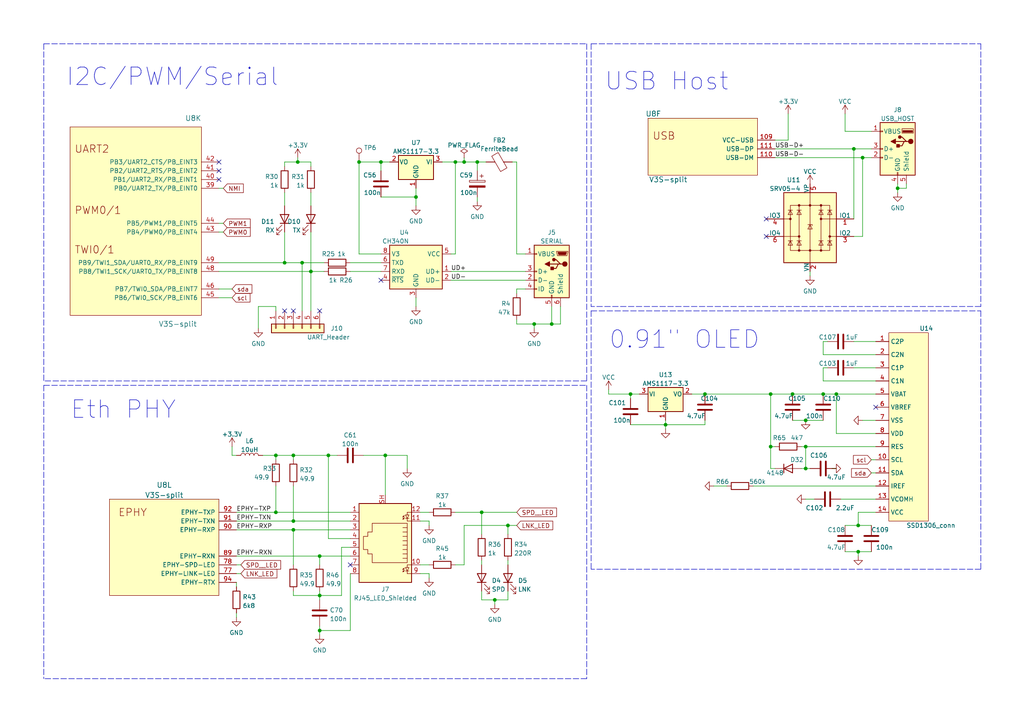
<source format=kicad_sch>
(kicad_sch (version 20211123) (generator eeschema)
  (paper "A4")
  (title_block (title "OzzyBoard") (date "2023-03-10") (rev "0.91"))
  (lib_symbols
    (symbol "Allwinner:V3S-split" (pin_names (offset 1.016))
      (property "Reference" "U1" (at 10.16 71.12 0))
      (property "Value" "V3S-split" (at 8.89 7.62 0))
      (symbol "V3S-split_1_0"
        (text "Power" (at -16.51 60.96 0) (effects (font (size 2.159 2.159)) (justify left bottom)))
        (pin power_in line (at 19.05 33.02 180) (length 5.08) (name "VCC-IO0") (number "104"))
        (pin power_in line (at 19.05 49.53 180) (length 5.08) (name "VDD-SYS1") (number "108"))
        (pin passive line (at -22.86 31.75 0) (length 5.08) (name "AVCC") (number "115"))
        (pin passive line (at -22.86 29.21 0) (length 5.08) (name "AGND") (number "116"))
        (pin power_in line (at 19.05 -5.08 180) (length 5.08) (name "VCC-PE0") (number "12"))
        (pin power_in line (at 19.05 46.99 180) (length 5.08) (name "VDD-SYS2") (number "126"))
        (pin power_in line (at 19.05 30.48 180) (length 5.08) (name "VCC-IO1") (number "127"))
        (pin power_in line (at 19.05 44.45 180) (length 5.08) (name "VDD-SYS3") (number "19"))
        (pin power_in line (at -22.86 49.53 0) (length 5.08) (name "VDD-CPU3") (number "20"))
        (pin power_in line (at -22.86 52.07 0) (length 5.08) (name "VDD-CPU2") (number "21"))
        (pin power_in line (at -22.86 54.61 0) (length 5.08) (name "VDD-CPU1") (number "25"))
        (pin power_in line (at -22.86 57.15 0) (length 5.08) (name "VDD-CPU0") (number "26"))
        (pin power_in line (at 19.05 -7.62 180) (length 5.08) (name "VCC-PE1") (number "29"))
        (pin power_in line (at -22.86 46.99 0) (length 5.08) (name "VDD-CPU4") (number "38"))
        (pin power_in line (at -22.86 44.45 0) (length 5.08) (name "VDD-CPU5") (number "47"))
        (pin power_in line (at 19.05 25.4 180) (length 5.08) (name "VCC-IO3") (number "50"))
        (pin power_in line (at -22.86 41.91 0) (length 5.08) (name "VDD-CPU6") (number "51"))
        (pin power_in line (at -22.86 39.37 0) (length 5.08) (name "VDD-CPU7") (number "56"))
        (pin power_in line (at 19.05 27.94 180) (length 5.08) (name "VCC-IO2") (number "57"))
        (pin power_in line (at 19.05 41.91 180) (length 5.08) (name "VDD-SYS4") (number "58"))
        (pin power_in line (at -22.86 -30.48 0) (length 5.08) (name "VCC-DRAM8") (number "59"))
        (pin power_in line (at -22.86 -33.02 0) (length 5.08) (name "VCC-DRAM9") (number "60"))
        (pin power_in line (at -22.86 -35.56 0) (length 5.08) (name "VCC-DRAM10") (number "61"))
        (pin power_in line (at -22.86 -38.1 0) (length 5.08) (name "VCC-DRAM11") (number "62"))
        (pin passive line (at -22.86 20.32 0) (length 5.08) (name "SVREF1") (number "63"))
        (pin power_in line (at 19.05 39.37 180) (length 5.08) (name "VDD-SYS5") (number "64"))
        (pin power_in line (at -22.86 -10.16 0) (length 5.08) (name "VCC-DRAM0") (number "65"))
        (pin power_in line (at -22.86 -12.7 0) (length 5.08) (name "VCC-DRAM1") (number "66"))
        (pin power_in line (at -22.86 -15.24 0) (length 5.08) (name "VCC-DRAM2") (number "67"))
        (pin power_in line (at -22.86 -17.78 0) (length 5.08) (name "VCC-DRAM3") (number "68"))
        (pin power_in line (at -22.86 -20.32 0) (length 5.08) (name "VCC-DRAM4") (number "69"))
        (pin power_in line (at -22.86 -22.86 0) (length 5.08) (name "VCC-DRAM5") (number "70"))
        (pin passive line (at -22.86 22.86 0) (length 5.08) (name "SVREF0") (number "71"))
        (pin power_in line (at -22.86 -25.4 0) (length 5.08) (name "VCC-DRAM6") (number "72"))
        (pin passive line (at 19.05 -12.7 180) (length 5.08) (name "SZQ") (number "73"))
        (pin power_in line (at 19.05 3.81 180) (length 5.08) (name "VCC-PLL") (number "76"))
        (pin power_in line (at -22.86 -27.94 0) (length 5.08) (name "VCC-DRAM7") (number "79"))
        (pin power_in line (at 19.05 52.07 180) (length 5.08) (name "VDD-SYS0") (number "80"))
        (pin input line (at 19.05 6.35 180) (length 5.08) (name "VCC-MCSI") (number "85"))
        (pin passive line (at -22.86 2.54 0) (length 5.08) (name "EPHY-VDD") (number "88"))
        (pin passive line (at -22.86 5.08 0) (length 5.08) (name "EPHY-VCC") (number "93"))
        (pin passive line (at 19.05 13.97 180) (length 5.08) (name "RTC-VIO") (number "97"))
        (pin power_in line (at 19.05 16.51 180) (length 5.08) (name "VCC-RTC") (number "98"))
        (pin input inverted (at 19.05 62.23 180) (length 5.08) (name "RESET") (number "99"))
        (pin passive line (at 19.05 -38.1 180) (length 5.08) (name "EGND") (number "GND$1"))
        (pin passive line (at 19.05 -35.56 180) (length 5.08) (name "EGND") (number "GND$2"))
        (pin passive line (at 19.05 -33.02 180) (length 5.08) (name "EGND") (number "GND$3"))
        (pin passive line (at 19.05 -30.48 180) (length 5.08) (name "EGND") (number "GND$4"))
        (pin passive line (at 19.05 -27.94 180) (length 5.08) (name "EGND") (number "GND$5"))
        (pin passive line (at 19.05 -25.4 180) (length 5.08) (name "EGND") (number "GND$6"))
        (pin passive line (at 19.05 -22.86 180) (length 5.08) (name "EGND") (number "GND$7"))
        (pin passive line (at 19.05 -20.32 180) (length 5.08) (name "EGND") (number "GND$8"))
        (pin passive line (at 19.05 -17.78 180) (length 5.08) (name "EGND") (number "GND$9"))
      )
      (symbol "V3S-split_2_0"
        (text "SDC0/UART0" (at -16.51 59.69 0) (effects (font (size 2.159 2.159)) (justify left bottom)))
        (pin bidirectional line (at 19.05 33.02 180) (length 5.08) (name "PF6") (number "100"))
        (pin bidirectional line (at 19.05 55.88 180) (length 5.08) (name "PF5/SDC0_D2/JTAG_CK1") (number "101"))
        (pin bidirectional line (at 19.05 53.34 180) (length 5.08) (name "PF4/SDC0_D3/UART0_RX") (number "102"))
        (pin bidirectional line (at 19.05 50.8 180) (length 5.08) (name "PF3/SDC0_CMD/JTAG_DO1") (number "103"))
        (pin bidirectional line (at 19.05 45.72 180) (length 5.08) (name "PF2/SDC0_CLK/UART0_TX") (number "105"))
        (pin bidirectional line (at 19.05 40.64 180) (length 5.08) (name "PF1/SDC0_D0/JTAG_DI1") (number "106"))
        (pin bidirectional line (at 19.05 38.1 180) (length 5.08) (name "PF0/SDC0_D1/JTAG_MS1") (number "107"))
      )
      (symbol "V3S-split_3_0"
        (text "PG/SDC1" (at -10.16 58.42 0) (effects (font (size 2.159 2.159)) (justify left bottom)))
        (pin bidirectional line (at 19.05 44.45 180) (length 5.08) (name "PG4/SDC1_D2/PG_EINT4") (number "1"))
        (pin bidirectional line (at 19.05 41.91 180) (length 5.08) (name "PG5/SDC1_D3/PG_EINT5") (number "128"))
        (pin bidirectional line (at 19.05 46.99 180) (length 5.08) (name "PG3/SDC1_D1/PG_EINT3") (number "2"))
        (pin bidirectional line (at 19.05 49.53 180) (length 5.08) (name "PG2/SDC1_D0/PG_EINT2") (number "3"))
        (pin bidirectional line (at 19.05 52.07 180) (length 5.08) (name "PG1/SDC1_CMD/PG_EINT1") (number "4"))
        (pin bidirectional line (at 19.05 54.61 180) (length 5.08) (name "PG0/SDC1_CLK/PG_EINT0") (number "5"))
      )
      (symbol "V3S-split_4_0"
        (text "CODEC" (at -15.24 58.42 0) (effects (font (size 2.159 2.159)) (justify left bottom)))
        (pin passive line (at 20.32 31.75 180) (length 5.08) (name "LRADC0") (number "112"))
        (pin passive line (at 20.32 34.29 180) (length 5.08) (name "MICIN1P") (number "113"))
        (pin passive line (at 20.32 36.83 180) (length 5.08) (name "MICIN1N") (number "114"))
        (pin power_out line (at 20.32 39.37 180) (length 5.08) (name "VRA1") (number "117"))
        (pin power_out line (at 20.32 41.91 180) (length 5.08) (name "VRA2") (number "118"))
        (pin passive line (at 20.32 44.45 180) (length 5.08) (name "HBIAS") (number "119"))
        (pin passive line (at 20.32 46.99 180) (length 5.08) (name "HPOUTR") (number "120"))
        (pin passive line (at 20.32 49.53 180) (length 5.08) (name "HPOUTL") (number "121"))
        (pin power_in line (at 20.32 52.07 180) (length 5.08) (name "HPVCCIN") (number "122"))
        (pin power_out line (at 20.32 54.61 180) (length 5.08) (name "HPVCCBP") (number "123"))
        (pin passive line (at 20.32 57.15 180) (length 5.08) (name "HPCOMFB") (number "124"))
        (pin passive line (at 20.32 59.69 180) (length 5.08) (name "HPCOM") (number "125"))
      )
      (symbol "V3S-split_5_0"
        (text "LCD/CSI" (at -19.05 58.42 0) (effects (font (size 2.159 2.159)) (justify left bottom)))
        (pin bidirectional line (at 21.59 -13.97 180) (length 5.08) (name "PE20/CSI_FIELD/CSI_MIPI_MCLK") (number "10"))
        (pin bidirectional line (at 21.59 50.8 180) (length 5.08) (name "PE19/CSI_D15/LCD_D21") (number "11"))
        (pin bidirectional line (at 21.59 48.26 180) (length 5.08) (name "PE18/CSI_D14/LCD_D20") (number "13"))
        (pin bidirectional line (at 21.59 45.72 180) (length 5.08) (name "PE17/CSI_D13/LCD_D19") (number "14"))
        (pin bidirectional line (at 21.59 43.18 180) (length 5.08) (name "PE16/CSI_D12/LCD_D18") (number "15"))
        (pin bidirectional line (at 21.59 38.1 180) (length 5.08) (name "PE15/CSI_D11/LCD_D15") (number "16"))
        (pin bidirectional line (at 21.59 35.56 180) (length 5.08) (name "PE14/CSI_D10/LCD_D14") (number "17"))
        (pin bidirectional line (at 21.59 33.02 180) (length 5.08) (name "PE13/CSI_D9/LCD_D13") (number "18"))
        (pin bidirectional line (at 21.59 30.48 180) (length 5.08) (name "PE12/CSI_D8/LCD_D12") (number "22"))
        (pin bidirectional line (at 21.59 27.94 180) (length 5.08) (name "PE11/CSI_D7/LCD_D11") (number "23"))
        (pin bidirectional line (at 21.59 25.4 180) (length 5.08) (name "PE10/CSI_D6/LCD_D10") (number "24"))
        (pin bidirectional line (at 21.59 20.32 180) (length 5.08) (name "PE9/CSI_D5/LCD_D7") (number "27"))
        (pin bidirectional line (at 21.59 17.78 180) (length 5.08) (name "PE8/CSI_D4/LCD_D6") (number "28"))
        (pin bidirectional line (at 21.59 15.24 180) (length 5.08) (name "PE7/CSI_D3/LCD_D5") (number "30"))
        (pin bidirectional line (at 21.59 12.7 180) (length 5.08) (name "PE6/CSI_D2/LCD_D4") (number "31"))
        (pin bidirectional line (at 21.59 10.16 180) (length 5.08) (name "PE5/CSI_D1/LCD_D3") (number "32"))
        (pin passive line (at 21.59 7.62 180) (length 5.08) (name "PE4/CSI_D0/LCD_D2") (number "33"))
        (pin bidirectional line (at 21.59 -2.54 180) (length 5.08) (name "PE3/CSI_VSYNC/LCD_VSYNC") (number "34"))
        (pin bidirectional line (at 21.59 0 180) (length 5.08) (name "PE2/CSI_HSYNC/LCD_HSYNC") (number "35"))
        (pin bidirectional line (at 21.59 -5.08 180) (length 5.08) (name "PE1/CSI_MCLK/LCD_DE") (number "36"))
        (pin bidirectional line (at 21.59 2.54 180) (length 5.08) (name "PE0/CSI_PCLK-/LCD_CLK") (number "37"))
        (pin bidirectional line (at 21.59 55.88 180) (length 5.08) (name "PE24/LCD_D23") (number "6"))
        (pin bidirectional line (at 21.59 53.34 180) (length 5.08) (name "PE23/LCD_D22") (number "7"))
        (pin bidirectional line (at 21.59 -19.05 180) (length 5.08) (name "PE22/CSI_SDA/TWI1_SDA/UART1_RX") (number "8"))
        (pin bidirectional line (at 21.59 -16.51 180) (length 5.08) (name "PE21/CSI_SCK/TWI1_SCK/UART1_TX") (number "9"))
      )
      (symbol "V3S-split_6_0"
        (text "USB" (at -16.51 58.42 0) (effects (font (size 2.159 2.159)) (justify left bottom)))
        (pin power_in line (at 19.05 53.34 180) (length 5.08) (name "VCC-USB") (number "109"))
        (pin passive line (at 19.05 55.88 180) (length 5.08) (name "USB-DM") (number "110"))
        (pin passive line (at 19.05 58.42 180) (length 5.08) (name "USB-DP") (number "111"))
      )
      (symbol "V3S-split_7_0"
        (text "RTC" (at -12.7 59.69 0) (effects (font (size 2.159 2.159)) (justify left bottom)))
        (pin passive line (at 19.05 48.26 180) (length 5.08) (name "X32KOUT") (number "95"))
        (pin passive line (at 19.05 62.23 180) (length 5.08) (name "X32KIN") (number "96"))
      )
      (symbol "V3S-split_8_0"
        (text "MIPI" (at -16.51 58.42 0) (effects (font (size 2.159 2.159)) (justify left bottom)))
        (pin input line (at 19.05 45.72 180) (length 5.08) (name "MCSI-D0P") (number "81"))
        (pin input line (at 19.05 48.26 180) (length 5.08) (name "MCSI-D0N") (number "82"))
        (pin input line (at 19.05 50.8 180) (length 5.08) (name "MCSI-D1P") (number "83"))
        (pin input line (at 19.05 53.34 180) (length 5.08) (name "MCSI-D1N") (number "84"))
        (pin output line (at 19.05 57.15 180) (length 5.08) (name "MCSI-CKP") (number "86"))
        (pin output line (at 19.05 59.69 180) (length 5.08) (name "MCSI-CKN") (number "87"))
      )
      (symbol "V3S-split_9_0"
        (text "SPI" (at -15.24 58.42 0) (effects (font (size 2.159 2.159)) (justify left bottom)))
        (pin bidirectional line (at 19.05 48.26 180) (length 5.08) (name "PC0/SDC2_CLK/SPI_MISO") (number "52"))
        (pin bidirectional line (at 19.05 50.8 180) (length 5.08) (name "PC1/SDC2_CMD/SPI_CLK") (number "53"))
        (pin bidirectional line (at 19.05 53.34 180) (length 5.08) (name "PC2/SDC2_RST/SPI_CS") (number "54"))
        (pin bidirectional line (at 19.05 55.88 180) (length 5.08) (name "PC3/SDC2_D0/SPI_MOSI") (number "55"))
      )
      (symbol "V3S-split_10_0"
        (text "SYSCLK" (at -11.43 63.5 0) (effects (font (size 2.159 2.159)) (justify left bottom)))
        (pin passive line (at 17.78 50.8 180) (length 5.08) (name "X24MOUT") (number "74"))
        (pin passive line (at 17.78 66.04 180) (length 5.08) (name "X24MIN") (number "75"))
      )
      (symbol "V3S-split_11_0"
        (text "PWM0/1" (at -21.59 39.37 0) (effects (font (size 2.159 2.159)) (justify left bottom)))
        (text "TWI0/1" (at -21.59 27.94 0) (effects (font (size 2.159 2.159)) (justify left bottom)))
        (text "UART2" (at -21.59 57.15 0) (effects (font (size 2.159 2.159)) (justify left bottom)))
        (pin bidirectional line (at 20.32 46.99 180) (length 5.08) (name "PB0/UART2_TX/PB_EINT0") (number "39"))
        (pin bidirectional line (at 20.32 49.53 180) (length 5.08) (name "PB1/UART2_RX/PB_EINT1") (number "40"))
        (pin bidirectional line (at 20.32 52.07 180) (length 5.08) (name "PB2/UART2_RTS/PB_EINT2") (number "41"))
        (pin bidirectional line (at 20.32 54.61 180) (length 5.08) (name "PB3/UART2_CTS/PB_EINT3") (number "42"))
        (pin bidirectional line (at 20.32 34.29 180) (length 5.08) (name "PB4/PWM0/PB_EINT4") (number "43"))
        (pin bidirectional line (at 20.32 36.83 180) (length 5.08) (name "PB5/PWM1/PB_EINT5") (number "44"))
        (pin bidirectional line (at 20.32 15.24 180) (length 5.08) (name "PB6/TWI0_SCK/PB_EINT6") (number "45"))
        (pin bidirectional line (at 20.32 17.78 180) (length 5.08) (name "PB7/TWI0_SDA/PB_EINT7") (number "46"))
        (pin bidirectional line (at 20.32 22.86 180) (length 5.08) (name "PB8/TWI1_SCK/UART0_TX/PB_EINT8") (number "48"))
        (pin bidirectional line (at 20.32 25.4 180) (length 5.08) (name "PB9/TWI1_SDA/UART0_RX/PB_EINT9") (number "49"))
      )
      (symbol "V3S-split_12_0"
        (text "EPHY" (at -15.24 59.69 0) (effects (font (size 2.159 2.159)) (justify left bottom)))
        (pin passive line (at 19.05 43.18 180) (length 5.08) (name "EPHY-LINK-LED") (number "77"))
        (pin passive line (at 19.05 45.72 180) (length 5.08) (name "EPHY-SPD-LED") (number "78"))
        (pin passive line (at 19.05 48.26 180) (length 5.08) (name "EPHY-RXN") (number "89"))
        (pin passive line (at 19.05 55.88 180) (length 5.08) (name "EPHY-RXP") (number "90"))
        (pin passive line (at 19.05 58.42 180) (length 5.08) (name "EPHY-TXN") (number "91"))
        (pin passive line (at 19.05 60.96 180) (length 5.08) (name "EPHY-TXP") (number "92"))
        (pin passive line (at 19.05 40.64 180) (length 5.08) (name "EPHY-RTX") (number "94"))
      )
    )
    (symbol "Connector:RJ45_LED_Shielded" (pin_names (offset 1.016))
      (property "Reference" "J" (at -5.08 13.97 0))
      (property "Value" "RJ45_LED_Shielded" (at 1.27 13.97 0))
      (symbol "RJ45_LED_Shielded_1_1"
        (pin passive line (at 10.16 -7.62 180) (length 2.54) (name "~") (number "1"))
        (pin passive line (at -10.16 7.62 0) (length 2.54) (name "~") (number "10"))
        (pin passive line (at -10.16 -5.08 0) (length 2.54) (name "~") (number "11"))
        (pin passive line (at -10.16 -7.62 0) (length 2.54) (name "~") (number "12"))
        (pin passive line (at 10.16 -5.08 180) (length 2.54) (name "~") (number "2"))
        (pin passive line (at 10.16 -2.54 180) (length 2.54) (name "~") (number "3"))
        (pin passive line (at 10.16 0 180) (length 2.54) (name "~") (number "4"))
        (pin passive line (at 10.16 2.54 180) (length 2.54) (name "~") (number "5"))
        (pin passive line (at 10.16 5.08 180) (length 2.54) (name "~") (number "6"))
        (pin passive line (at 10.16 7.62 180) (length 2.54) (name "~") (number "7"))
        (pin passive line (at 10.16 10.16 180) (length 2.54) (name "~") (number "8"))
        (pin passive line (at -10.16 10.16 0) (length 2.54) (name "~") (number "9"))
        (pin passive line (at 0 -12.7 90) (length 2.54) (name "~") (number "SH"))
      )
    )
    (symbol "Connector:TestPoint" (pin_numbers hide) (pin_names (offset 0.762) hide)
      (property "Reference" "TP" (at 0 6.858 0))
      (property "Value" "TestPoint" (at 0 5.08 0))
      (symbol "TestPoint_1_1"
        (pin passive line (at 0 0 90) (length 2.54) (name "1") (number "1"))
      )
    )
    (symbol "Connector:USB_A" (pin_names (offset 1.016))
      (property "Reference" "J2" (at 0 11.3198 0))
      (property "Value" "USB_HOST" (at 0 8.7829 0))
      (symbol "USB_A_1_1"
        (pin power_in line (at 7.62 5.08 180) (length 2.54) (name "VBUS") (number "1"))
        (pin bidirectional line (at 7.62 -2.54 180) (length 2.54) (name "D-") (number "2"))
        (pin bidirectional line (at 7.62 0 180) (length 2.54) (name "D+") (number "3"))
        (pin passive line (at 0 -10.16 90) (length 2.54) (name "GND") (number "4"))
        (pin passive line (at -2.54 -10.16 90) (length 2.54) (name "Shield") (number "5"))
      )
    )
    (symbol "Connector:USB_B_Micro" (pin_names (offset 1.016))
      (property "Reference" "J" (at -5.08 11.43 0))
      (property "Value" "USB_B_Micro" (at -5.08 8.89 0))
      (symbol "USB_B_Micro_1_1"
        (pin power_out line (at 7.62 5.08 180) (length 2.54) (name "VBUS") (number "1"))
        (pin bidirectional line (at 7.62 -2.54 180) (length 2.54) (name "D-") (number "2"))
        (pin bidirectional line (at 7.62 0 180) (length 2.54) (name "D+") (number "3"))
        (pin passive line (at 7.62 -5.08 180) (length 2.54) (name "ID") (number "4"))
        (pin power_out line (at 0 -10.16 90) (length 2.54) (name "GND") (number "5"))
        (pin passive line (at -2.54 -10.16 90) (length 2.54) (name "Shield") (number "6"))
      )
    )
    (symbol "Connector_Generic:Conn_01x06" (pin_names (offset 1.016) hide)
      (property "Reference" "J" (at 0 7.62 0))
      (property "Value" "Conn_01x06" (at 0 -10.16 0))
      (symbol "Conn_01x06_1_1"
        (pin passive line (at -5.08 5.08 0) (length 3.81) (name "Pin_1") (number "1"))
        (pin passive line (at -5.08 2.54 0) (length 3.81) (name "Pin_2") (number "2"))
        (pin passive line (at -5.08 0 0) (length 3.81) (name "Pin_3") (number "3"))
        (pin passive line (at -5.08 -2.54 0) (length 3.81) (name "Pin_4") (number "4"))
        (pin passive line (at -5.08 -5.08 0) (length 3.81) (name "Pin_5") (number "5"))
        (pin passive line (at -5.08 -7.62 0) (length 3.81) (name "Pin_6") (number "6"))
      )
    )
    (symbol "Device:C" (pin_numbers hide) (pin_names (offset 0.254))
      (property "Reference" "C" (at 0.635 2.54 0))
      (property "Value" "C" (at 0.635 -2.54 0))
      (symbol "C_1_1"
        (pin passive line (at 0 3.81 270) (length 2.794) (name "~") (number "1"))
        (pin passive line (at 0 -3.81 90) (length 2.794) (name "~") (number "2"))
      )
    )
    (symbol "Device:C_Polarized" (pin_numbers hide) (pin_names (offset 0.254))
      (property "Reference" "C" (at 0.635 2.54 0))
      (property "Value" "C_Polarized" (at 0.635 -2.54 0))
      (symbol "C_Polarized_1_1"
        (pin passive line (at 0 3.81 270) (length 2.794) (name "~") (number "1"))
        (pin passive line (at 0 -3.81 90) (length 2.794) (name "~") (number "2"))
      )
    )
    (symbol "Device:FerriteBead" (pin_numbers hide) (pin_names (offset 0))
      (property "Reference" "FB" (at -3.81 0.635 90))
      (property "Value" "FerriteBead" (at 3.81 0 90))
      (symbol "FerriteBead_1_1"
        (pin passive line (at 0 3.81 270) (length 2.54) (name "~") (number "1"))
        (pin passive line (at 0 -3.81 90) (length 2.54) (name "~") (number "2"))
      )
    )
    (symbol "Device:L" (pin_numbers hide) (pin_names (offset 1.016) hide)
      (property "Reference" "L" (at -1.27 0 90))
      (property "Value" "L" (at 1.905 0 90))
      (symbol "L_1_1"
        (pin passive line (at 0 3.81 270) (length 1.27) (name "1") (number "1"))
        (pin passive line (at 0 -3.81 90) (length 1.27) (name "2") (number "2"))
      )
    )
    (symbol "Device:LED" (pin_numbers hide) (pin_names (offset 1.016) hide)
      (property "Reference" "D" (at 0 2.54 0))
      (property "Value" "LED" (at 0 -2.54 0))
      (symbol "LED_1_1"
        (pin passive line (at -3.81 0 0) (length 2.54) (name "K") (number "1"))
        (pin passive line (at 3.81 0 180) (length 2.54) (name "A") (number "2"))
      )
    )
    (symbol "Device:R" (pin_numbers hide) (pin_names (offset 0))
      (property "Reference" "R" (at 2.032 0 90))
      (property "Value" "R" (at 0 0 90))
      (symbol "R_1_1"
        (pin passive line (at 0 3.81 270) (length 1.27) (name "~") (number "1"))
        (pin passive line (at 0 -3.81 90) (length 1.27) (name "~") (number "2"))
      )
    )
    (symbol "Diode:1N4148WS" (pin_numbers hide) (pin_names hide)
      (property "Reference" "D" (at 0 2.54 0))
      (property "Value" "1N4148WS" (at 0 -2.54 0))
      (symbol "1N4148WS_1_1"
        (pin passive line (at -3.81 0 0) (length 2.54) (name "K") (number "1"))
        (pin passive line (at 3.81 0 180) (length 2.54) (name "A") (number "2"))
      )
    )
    (symbol "Interface_USB:CH330N"
      (property "Reference" "U?" (at 2.0194 8.7798 0))
      (property "Value" "CH340N" (at 2.0194 6.2429 0))
      (symbol "CH330N_1_1"
        (pin bidirectional line (at -10.16 -2.54 0) (length 2.54) (name "UD+") (number "1"))
        (pin bidirectional line (at -10.16 -5.08 0) (length 2.54) (name "UD-") (number "2"))
        (pin power_in line (at 0 -10.16 90) (length 2.54) (name "GND") (number "3"))
        (pin output line (at 10.16 -5.08 180) (length 2.54) (name "~{RTS}") (number "4"))
        (pin power_in line (at -10.16 2.54 0) (length 2.54) (name "VCC") (number "5"))
        (pin output line (at 10.16 0 180) (length 2.54) (name "TXD") (number "6"))
        (pin input line (at 10.16 -2.54 180) (length 2.54) (name "RXD") (number "7"))
        (pin passive line (at 10.16 2.54 180) (length 2.54) (name "V3") (number "8"))
      )
    )
    (symbol "Power_Protection:SRV05-4" (pin_names (offset 0))
      (property "Reference" "U" (at -5.08 11.43 0))
      (property "Value" "SRV05-4" (at 2.54 11.43 0))
      (symbol "SRV05-4_1_1"
        (pin passive line (at -12.7 2.54 0) (length 5.08) (name "IO1") (number "1"))
        (pin passive line (at 0 -12.7 90) (length 2.54) (name "VN") (number "2"))
        (pin passive line (at -12.7 -2.54 0) (length 5.08) (name "IO2") (number "3"))
        (pin passive line (at 12.7 2.54 180) (length 5.08) (name "IO3") (number "4"))
        (pin passive line (at 0 12.7 270) (length 2.54) (name "VP") (number "5"))
        (pin passive line (at 12.7 -2.54 180) (length 5.08) (name "IO4") (number "6"))
      )
    )
    (symbol "Regulator_Linear:AMS1117-3.3" (pin_names (offset 0.254))
      (property "Reference" "U" (at -3.81 3.175 0))
      (property "Value" "AMS1117-3.3" (at 0 3.175 0))
      (symbol "AMS1117-3.3_1_1"
        (pin power_in line (at 0 -7.62 90) (length 2.54) (name "GND") (number "1"))
        (pin power_out line (at 7.62 0 180) (length 2.54) (name "VO") (number "2"))
        (pin power_in line (at -7.62 0 0) (length 2.54) (name "VI") (number "3"))
      )
    )
    (symbol "SSD1306:SSD1306_conn"
      (property "Reference" "U" (at 5.08 26.67 0))
      (property "Value" "SSD1306_conn" (at 2.54 -30.48 0))
      (symbol "SSD1306_conn_1_1"
        (pin passive line (at -8.89 22.86 0) (length 3.81) (name "C2P") (number "1"))
        (pin passive line (at -8.89 -11.43 0) (length 3.81) (name "SCL") (number "10"))
        (pin passive line (at -8.89 -15.24 0) (length 3.81) (name "SDA") (number "11"))
        (pin passive line (at -8.89 -19.05 0) (length 3.81) (name "IREF") (number "12"))
        (pin passive line (at -8.89 -22.86 0) (length 3.81) (name "VCOMH") (number "13"))
        (pin passive line (at -8.89 -26.67 0) (length 3.81) (name "VCC") (number "14"))
        (pin passive line (at -8.89 19.05 0) (length 3.81) (name "C2N") (number "2"))
        (pin passive line (at -8.89 15.24 0) (length 3.81) (name "C1P") (number "3"))
        (pin passive line (at -8.89 11.43 0) (length 3.81) (name "C1N") (number "4"))
        (pin passive line (at -8.89 7.62 0) (length 3.81) (name "VBAT") (number "5"))
        (pin passive line (at -8.89 3.81 0) (length 3.81) (name "VBREF") (number "6"))
        (pin passive line (at -8.89 0 0) (length 3.81) (name "VSS") (number "7"))
        (pin passive line (at -8.89 -3.81 0) (length 3.81) (name "VDD") (number "8"))
        (pin passive line (at -8.89 -7.62 0) (length 3.81) (name "RES") (number "9"))
      )
    )
    (symbol "V3S-split_1" (pin_names (offset 1.016))
      (property "Reference" "U1" (at 10.16 71.12 0))
      (property "Value" "V3S-split_1" (at 8.89 7.62 0))
      (symbol "V3S-split_1_1_0"
        (text "Power" (at -16.51 60.96 0) (effects (font (size 2.159 2.159)) (justify left bottom)))
        (pin power_in line (at 19.05 33.02 180) (length 5.08) (name "VCC-IO0") (number "104"))
        (pin power_in line (at 19.05 49.53 180) (length 5.08) (name "VDD-SYS1") (number "108"))
        (pin passive line (at -22.86 31.75 0) (length 5.08) (name "AVCC") (number "115"))
        (pin passive line (at -22.86 29.21 0) (length 5.08) (name "AGND") (number "116"))
        (pin power_in line (at 19.05 -5.08 180) (length 5.08) (name "VCC-PE0") (number "12"))
        (pin power_in line (at 19.05 46.99 180) (length 5.08) (name "VDD-SYS2") (number "126"))
        (pin power_in line (at 19.05 30.48 180) (length 5.08) (name "VCC-IO1") (number "127"))
        (pin power_in line (at 19.05 44.45 180) (length 5.08) (name "VDD-SYS3") (number "19"))
        (pin power_in line (at -22.86 49.53 0) (length 5.08) (name "VDD-CPU3") (number "20"))
        (pin power_in line (at -22.86 52.07 0) (length 5.08) (name "VDD-CPU2") (number "21"))
        (pin power_in line (at -22.86 54.61 0) (length 5.08) (name "VDD-CPU1") (number "25"))
        (pin power_in line (at -22.86 57.15 0) (length 5.08) (name "VDD-CPU0") (number "26"))
        (pin power_in line (at 19.05 -7.62 180) (length 5.08) (name "VCC-PE1") (number "29"))
        (pin power_in line (at -22.86 46.99 0) (length 5.08) (name "VDD-CPU4") (number "38"))
        (pin power_in line (at -22.86 44.45 0) (length 5.08) (name "VDD-CPU5") (number "47"))
        (pin power_in line (at 19.05 25.4 180) (length 5.08) (name "VCC-IO3") (number "50"))
        (pin power_in line (at -22.86 41.91 0) (length 5.08) (name "VDD-CPU6") (number "51"))
        (pin power_in line (at -22.86 39.37 0) (length 5.08) (name "VDD-CPU7") (number "56"))
        (pin power_in line (at 19.05 27.94 180) (length 5.08) (name "VCC-IO2") (number "57"))
        (pin power_in line (at 19.05 41.91 180) (length 5.08) (name "VDD-SYS4") (number "58"))
        (pin power_in line (at -22.86 -30.48 0) (length 5.08) (name "VCC-DRAM8") (number "59"))
        (pin power_in line (at -22.86 -33.02 0) (length 5.08) (name "VCC-DRAM9") (number "60"))
        (pin power_in line (at -22.86 -35.56 0) (length 5.08) (name "VCC-DRAM10") (number "61"))
        (pin power_in line (at -22.86 -38.1 0) (length 5.08) (name "VCC-DRAM11") (number "62"))
        (pin passive line (at -22.86 20.32 0) (length 5.08) (name "SVREF1") (number "63"))
        (pin power_in line (at 19.05 39.37 180) (length 5.08) (name "VDD-SYS5") (number "64"))
        (pin power_in line (at -22.86 -10.16 0) (length 5.08) (name "VCC-DRAM0") (number "65"))
        (pin power_in line (at -22.86 -12.7 0) (length 5.08) (name "VCC-DRAM1") (number "66"))
        (pin power_in line (at -22.86 -15.24 0) (length 5.08) (name "VCC-DRAM2") (number "67"))
        (pin power_in line (at -22.86 -17.78 0) (length 5.08) (name "VCC-DRAM3") (number "68"))
        (pin power_in line (at -22.86 -20.32 0) (length 5.08) (name "VCC-DRAM4") (number "69"))
        (pin power_in line (at -22.86 -22.86 0) (length 5.08) (name "VCC-DRAM5") (number "70"))
        (pin passive line (at -22.86 22.86 0) (length 5.08) (name "SVREF0") (number "71"))
        (pin power_in line (at -22.86 -25.4 0) (length 5.08) (name "VCC-DRAM6") (number "72"))
        (pin passive line (at 19.05 -12.7 180) (length 5.08) (name "SZQ") (number "73"))
        (pin power_in line (at 19.05 3.81 180) (length 5.08) (name "VCC-PLL") (number "76"))
        (pin power_in line (at -22.86 -27.94 0) (length 5.08) (name "VCC-DRAM7") (number "79"))
        (pin power_in line (at 19.05 52.07 180) (length 5.08) (name "VDD-SYS0") (number "80"))
        (pin input line (at 19.05 6.35 180) (length 5.08) (name "VCC-MCSI") (number "85"))
        (pin passive line (at -22.86 2.54 0) (length 5.08) (name "EPHY-VDD") (number "88"))
        (pin passive line (at -22.86 5.08 0) (length 5.08) (name "EPHY-VCC") (number "93"))
        (pin passive line (at 19.05 13.97 180) (length 5.08) (name "RTC-VIO") (number "97"))
        (pin power_in line (at 19.05 16.51 180) (length 5.08) (name "VCC-RTC") (number "98"))
        (pin input inverted (at 19.05 62.23 180) (length 5.08) (name "RESET") (number "99"))
        (pin passive line (at 19.05 -38.1 180) (length 5.08) (name "EGND") (number "GND$1"))
        (pin passive line (at 19.05 -35.56 180) (length 5.08) (name "EGND") (number "GND$2"))
        (pin passive line (at 19.05 -33.02 180) (length 5.08) (name "EGND") (number "GND$3"))
        (pin passive line (at 19.05 -30.48 180) (length 5.08) (name "EGND") (number "GND$4"))
        (pin passive line (at 19.05 -27.94 180) (length 5.08) (name "EGND") (number "GND$5"))
        (pin passive line (at 19.05 -25.4 180) (length 5.08) (name "EGND") (number "GND$6"))
        (pin passive line (at 19.05 -22.86 180) (length 5.08) (name "EGND") (number "GND$7"))
        (pin passive line (at 19.05 -20.32 180) (length 5.08) (name "EGND") (number "GND$8"))
        (pin passive line (at 19.05 -17.78 180) (length 5.08) (name "EGND") (number "GND$9"))
      )
      (symbol "V3S-split_1_2_0"
        (text "SDC0/UART0" (at -16.51 59.69 0) (effects (font (size 2.159 2.159)) (justify left bottom)))
        (pin bidirectional line (at 19.05 33.02 180) (length 5.08) (name "PF6") (number "100"))
        (pin bidirectional line (at 19.05 55.88 180) (length 5.08) (name "PF5/SDC0_D2/JTAG_CK1") (number "101"))
        (pin bidirectional line (at 19.05 53.34 180) (length 5.08) (name "PF4/SDC0_D3/UART0_RX") (number "102"))
        (pin bidirectional line (at 19.05 50.8 180) (length 5.08) (name "PF3/SDC0_CMD/JTAG_DO1") (number "103"))
        (pin bidirectional line (at 19.05 45.72 180) (length 5.08) (name "PF2/SDC0_CLK/UART0_TX") (number "105"))
        (pin bidirectional line (at 19.05 40.64 180) (length 5.08) (name "PF1/SDC0_D0/JTAG_DI1") (number "106"))
        (pin bidirectional line (at 19.05 38.1 180) (length 5.08) (name "PF0/SDC0_D1/JTAG_MS1") (number "107"))
      )
      (symbol "V3S-split_1_3_0"
        (text "PG/SDC1" (at -10.16 58.42 0) (effects (font (size 2.159 2.159)) (justify left bottom)))
        (pin bidirectional line (at 19.05 44.45 180) (length 5.08) (name "PG4/SDC1_D2/PG_EINT4") (number "1"))
        (pin bidirectional line (at 19.05 41.91 180) (length 5.08) (name "PG5/SDC1_D3/PG_EINT5") (number "128"))
        (pin bidirectional line (at 19.05 46.99 180) (length 5.08) (name "PG3/SDC1_D1/PG_EINT3") (number "2"))
        (pin bidirectional line (at 19.05 49.53 180) (length 5.08) (name "PG2/SDC1_D0/PG_EINT2") (number "3"))
        (pin bidirectional line (at 19.05 52.07 180) (length 5.08) (name "PG1/SDC1_CMD/PG_EINT1") (number "4"))
        (pin bidirectional line (at 19.05 54.61 180) (length 5.08) (name "PG0/SDC1_CLK/PG_EINT0") (number "5"))
      )
      (symbol "V3S-split_1_4_0"
        (text "CODEC" (at -15.24 58.42 0) (effects (font (size 2.159 2.159)) (justify left bottom)))
        (pin passive line (at 20.32 31.75 180) (length 5.08) (name "LRADC0") (number "112"))
        (pin passive line (at 20.32 34.29 180) (length 5.08) (name "MICIN1P") (number "113"))
        (pin passive line (at 20.32 36.83 180) (length 5.08) (name "MICIN1N") (number "114"))
        (pin power_out line (at 20.32 39.37 180) (length 5.08) (name "VRA1") (number "117"))
        (pin power_out line (at 20.32 41.91 180) (length 5.08) (name "VRA2") (number "118"))
        (pin passive line (at 20.32 44.45 180) (length 5.08) (name "HBIAS") (number "119"))
        (pin passive line (at 20.32 46.99 180) (length 5.08) (name "HPOUTR") (number "120"))
        (pin passive line (at 20.32 49.53 180) (length 5.08) (name "HPOUTL") (number "121"))
        (pin power_in line (at 20.32 52.07 180) (length 5.08) (name "HPVCCIN") (number "122"))
        (pin power_out line (at 20.32 54.61 180) (length 5.08) (name "HPVCCBP") (number "123"))
        (pin passive line (at 20.32 57.15 180) (length 5.08) (name "HPCOMFB") (number "124"))
        (pin passive line (at 20.32 59.69 180) (length 5.08) (name "HPCOM") (number "125"))
      )
      (symbol "V3S-split_1_5_0"
        (text "LCD/CSI" (at -19.05 58.42 0) (effects (font (size 2.159 2.159)) (justify left bottom)))
        (pin bidirectional line (at 21.59 -13.97 180) (length 5.08) (name "PE20/CSI_FIELD/CSI_MIPI_MCLK") (number "10"))
        (pin bidirectional line (at 21.59 50.8 180) (length 5.08) (name "PE19/CSI_D15/LCD_D21") (number "11"))
        (pin bidirectional line (at 21.59 48.26 180) (length 5.08) (name "PE18/CSI_D14/LCD_D20") (number "13"))
        (pin bidirectional line (at 21.59 45.72 180) (length 5.08) (name "PE17/CSI_D13/LCD_D19") (number "14"))
        (pin bidirectional line (at 21.59 43.18 180) (length 5.08) (name "PE16/CSI_D12/LCD_D18") (number "15"))
        (pin bidirectional line (at 21.59 38.1 180) (length 5.08) (name "PE15/CSI_D11/LCD_D15") (number "16"))
        (pin bidirectional line (at 21.59 35.56 180) (length 5.08) (name "PE14/CSI_D10/LCD_D14") (number "17"))
        (pin bidirectional line (at 21.59 33.02 180) (length 5.08) (name "PE13/CSI_D9/LCD_D13") (number "18"))
        (pin bidirectional line (at 21.59 30.48 180) (length 5.08) (name "PE12/CSI_D8/LCD_D12") (number "22"))
        (pin bidirectional line (at 21.59 27.94 180) (length 5.08) (name "PE11/CSI_D7/LCD_D11") (number "23"))
        (pin bidirectional line (at 21.59 25.4 180) (length 5.08) (name "PE10/CSI_D6/LCD_D10") (number "24"))
        (pin bidirectional line (at 21.59 20.32 180) (length 5.08) (name "PE9/CSI_D5/LCD_D7") (number "27"))
        (pin bidirectional line (at 21.59 17.78 180) (length 5.08) (name "PE8/CSI_D4/LCD_D6") (number "28"))
        (pin bidirectional line (at 21.59 15.24 180) (length 5.08) (name "PE7/CSI_D3/LCD_D5") (number "30"))
        (pin bidirectional line (at 21.59 12.7 180) (length 5.08) (name "PE6/CSI_D2/LCD_D4") (number "31"))
        (pin bidirectional line (at 21.59 10.16 180) (length 5.08) (name "PE5/CSI_D1/LCD_D3") (number "32"))
        (pin passive line (at 21.59 7.62 180) (length 5.08) (name "PE4/CSI_D0/LCD_D2") (number "33"))
        (pin bidirectional line (at 21.59 -2.54 180) (length 5.08) (name "PE3/CSI_VSYNC/LCD_VSYNC") (number "34"))
        (pin bidirectional line (at 21.59 0 180) (length 5.08) (name "PE2/CSI_HSYNC/LCD_HSYNC") (number "35"))
        (pin bidirectional line (at 21.59 -5.08 180) (length 5.08) (name "PE1/CSI_MCLK/LCD_DE") (number "36"))
        (pin bidirectional line (at 21.59 2.54 180) (length 5.08) (name "PE0/CSI_PCLK-/LCD_CLK") (number "37"))
        (pin bidirectional line (at 21.59 55.88 180) (length 5.08) (name "PE24/LCD_D23") (number "6"))
        (pin bidirectional line (at 21.59 53.34 180) (length 5.08) (name "PE23/LCD_D22") (number "7"))
        (pin bidirectional line (at 21.59 -19.05 180) (length 5.08) (name "PE22/CSI_SDA/TWI1_SDA/UART1_RX") (number "8"))
        (pin bidirectional line (at 21.59 -16.51 180) (length 5.08) (name "PE21/CSI_SCK/TWI1_SCK/UART1_TX") (number "9"))
      )
      (symbol "V3S-split_1_6_0"
        (text "USB" (at -16.51 58.42 0) (effects (font (size 2.159 2.159)) (justify left bottom)))
        (pin power_in line (at 19.05 58.42 180) (length 5.08) (name "VCC-USB") (number "109"))
        (pin passive line (at 19.05 53.34 180) (length 5.08) (name "USB-DM") (number "110"))
        (pin passive line (at 19.05 55.88 180) (length 5.08) (name "USB-DP") (number "111"))
      )
      (symbol "V3S-split_1_7_0"
        (text "RTC" (at -12.7 59.69 0) (effects (font (size 2.159 2.159)) (justify left bottom)))
        (pin passive line (at 19.05 48.26 180) (length 5.08) (name "X32KOUT") (number "95"))
        (pin passive line (at 19.05 62.23 180) (length 5.08) (name "X32KIN") (number "96"))
      )
      (symbol "V3S-split_1_8_0"
        (text "MIPI" (at -16.51 58.42 0) (effects (font (size 2.159 2.159)) (justify left bottom)))
        (pin input line (at 19.05 45.72 180) (length 5.08) (name "MCSI-D0P") (number "81"))
        (pin input line (at 19.05 48.26 180) (length 5.08) (name "MCSI-D0N") (number "82"))
        (pin input line (at 19.05 50.8 180) (length 5.08) (name "MCSI-D1P") (number "83"))
        (pin input line (at 19.05 53.34 180) (length 5.08) (name "MCSI-D1N") (number "84"))
        (pin output line (at 19.05 57.15 180) (length 5.08) (name "MCSI-CKP") (number "86"))
        (pin output line (at 19.05 59.69 180) (length 5.08) (name "MCSI-CKN") (number "87"))
      )
      (symbol "V3S-split_1_9_0"
        (text "SPI" (at -15.24 58.42 0) (effects (font (size 2.159 2.159)) (justify left bottom)))
        (pin bidirectional line (at 19.05 48.26 180) (length 5.08) (name "PC0/SDC2_CLK/SPI_MISO") (number "52"))
        (pin bidirectional line (at 19.05 50.8 180) (length 5.08) (name "PC1/SDC2_CMD/SPI_CLK") (number "53"))
        (pin bidirectional line (at 19.05 53.34 180) (length 5.08) (name "PC2/SDC2_RST/SPI_CS") (number "54"))
        (pin bidirectional line (at 19.05 55.88 180) (length 5.08) (name "PC3/SDC2_D0/SPI_MOSI") (number "55"))
      )
      (symbol "V3S-split_1_10_0"
        (text "SYSCLK" (at -11.43 63.5 0) (effects (font (size 2.159 2.159)) (justify left bottom)))
        (pin passive line (at 17.78 50.8 180) (length 5.08) (name "X24MOUT") (number "74"))
        (pin passive line (at 17.78 66.04 180) (length 5.08) (name "X24MIN") (number "75"))
      )
      (symbol "V3S-split_1_11_0"
        (text "PWM0/1" (at -21.59 39.37 0) (effects (font (size 2.159 2.159)) (justify left bottom)))
        (text "TWI0/1" (at -21.59 27.94 0) (effects (font (size 2.159 2.159)) (justify left bottom)))
        (text "UART2" (at -21.59 57.15 0) (effects (font (size 2.159 2.159)) (justify left bottom)))
        (pin bidirectional line (at 20.32 46.99 180) (length 5.08) (name "PB0/UART2_TX/PB_EINT0") (number "39"))
        (pin bidirectional line (at 20.32 49.53 180) (length 5.08) (name "PB1/UART2_RX/PB_EINT1") (number "40"))
        (pin bidirectional line (at 20.32 52.07 180) (length 5.08) (name "PB2/UART2_RTS/PB_EINT2") (number "41"))
        (pin bidirectional line (at 20.32 54.61 180) (length 5.08) (name "PB3/UART2_CTS/PB_EINT3") (number "42"))
        (pin bidirectional line (at 20.32 34.29 180) (length 5.08) (name "PB4/PWM0/PB_EINT4") (number "43"))
        (pin bidirectional line (at 20.32 36.83 180) (length 5.08) (name "PB5/PWM1/PB_EINT5") (number "44"))
        (pin bidirectional line (at 20.32 15.24 180) (length 5.08) (name "PB6/TWI0_SCK/PB_EINT6") (number "45"))
        (pin bidirectional line (at 20.32 17.78 180) (length 5.08) (name "PB7/TWI0_SDA/PB_EINT7") (number "46"))
        (pin bidirectional line (at 20.32 22.86 180) (length 5.08) (name "PB8/TWI1_SCK/UART0_TX/PB_EINT8") (number "48"))
        (pin bidirectional line (at 20.32 25.4 180) (length 5.08) (name "PB9/TWI1_SDA/UART0_RX/PB_EINT9") (number "49"))
      )
      (symbol "V3S-split_1_12_0"
        (text "EPHY" (at -15.24 59.69 0) (effects (font (size 2.159 2.159)) (justify left bottom)))
        (pin passive line (at 19.05 43.18 180) (length 5.08) (name "EPHY-LINK-LED") (number "77"))
        (pin passive line (at 19.05 45.72 180) (length 5.08) (name "EPHY-SPD-LED") (number "78"))
        (pin passive line (at 19.05 48.26 180) (length 5.08) (name "EPHY-RXN") (number "89"))
        (pin passive line (at 19.05 55.88 180) (length 5.08) (name "EPHY-RXP") (number "90"))
        (pin passive line (at 19.05 58.42 180) (length 5.08) (name "EPHY-TXN") (number "91"))
        (pin passive line (at 19.05 60.96 180) (length 5.08) (name "EPHY-TXP") (number "92"))
        (pin passive line (at 19.05 40.64 180) (length 5.08) (name "EPHY-RTX") (number "94"))
      )
    )
    (symbol "V3S-split_2" (pin_names (offset 1.016))
      (property "Reference" "U1" (at 10.16 71.12 0))
      (property "Value" "V3S-split_2" (at 7.62 45.72 0))
      (symbol "V3S-split_2_1_0"
        (text "Power" (at -16.51 60.96 0) (effects (font (size 2.159 2.159)) (justify left bottom)))
        (pin power_in line (at 19.05 33.02 180) (length 5.08) (name "VCC-IO0") (number "104"))
        (pin power_in line (at 19.05 49.53 180) (length 5.08) (name "VDD-SYS1") (number "108"))
        (pin passive line (at -22.86 31.75 0) (length 5.08) (name "AVCC") (number "115"))
        (pin passive line (at -22.86 29.21 0) (length 5.08) (name "AGND") (number "116"))
        (pin power_in line (at 19.05 -5.08 180) (length 5.08) (name "VCC-PE0") (number "12"))
        (pin power_in line (at 19.05 46.99 180) (length 5.08) (name "VDD-SYS2") (number "126"))
        (pin power_in line (at 19.05 30.48 180) (length 5.08) (name "VCC-IO1") (number "127"))
        (pin power_in line (at 19.05 44.45 180) (length 5.08) (name "VDD-SYS3") (number "19"))
        (pin power_in line (at -22.86 49.53 0) (length 5.08) (name "VDD-CPU3") (number "20"))
        (pin power_in line (at -22.86 52.07 0) (length 5.08) (name "VDD-CPU2") (number "21"))
        (pin power_in line (at -22.86 54.61 0) (length 5.08) (name "VDD-CPU1") (number "25"))
        (pin power_in line (at -22.86 57.15 0) (length 5.08) (name "VDD-CPU0") (number "26"))
        (pin power_in line (at 19.05 -7.62 180) (length 5.08) (name "VCC-PE1") (number "29"))
        (pin power_in line (at -22.86 46.99 0) (length 5.08) (name "VDD-CPU4") (number "38"))
        (pin power_in line (at -22.86 44.45 0) (length 5.08) (name "VDD-CPU5") (number "47"))
        (pin power_in line (at 19.05 25.4 180) (length 5.08) (name "VCC-IO3") (number "50"))
        (pin power_in line (at -22.86 41.91 0) (length 5.08) (name "VDD-CPU6") (number "51"))
        (pin power_in line (at -22.86 39.37 0) (length 5.08) (name "VDD-CPU7") (number "56"))
        (pin power_in line (at 19.05 27.94 180) (length 5.08) (name "VCC-IO2") (number "57"))
        (pin power_in line (at 19.05 41.91 180) (length 5.08) (name "VDD-SYS4") (number "58"))
        (pin power_in line (at -22.86 -30.48 0) (length 5.08) (name "VCC-DRAM8") (number "59"))
        (pin power_in line (at -22.86 -33.02 0) (length 5.08) (name "VCC-DRAM9") (number "60"))
        (pin power_in line (at -22.86 -35.56 0) (length 5.08) (name "VCC-DRAM10") (number "61"))
        (pin power_in line (at -22.86 -38.1 0) (length 5.08) (name "VCC-DRAM11") (number "62"))
        (pin passive line (at -22.86 20.32 0) (length 5.08) (name "SVREF1") (number "63"))
        (pin power_in line (at 19.05 39.37 180) (length 5.08) (name "VDD-SYS5") (number "64"))
        (pin power_in line (at -22.86 -10.16 0) (length 5.08) (name "VCC-DRAM0") (number "65"))
        (pin power_in line (at -22.86 -12.7 0) (length 5.08) (name "VCC-DRAM1") (number "66"))
        (pin power_in line (at -22.86 -15.24 0) (length 5.08) (name "VCC-DRAM2") (number "67"))
        (pin power_in line (at -22.86 -17.78 0) (length 5.08) (name "VCC-DRAM3") (number "68"))
        (pin power_in line (at -22.86 -20.32 0) (length 5.08) (name "VCC-DRAM4") (number "69"))
        (pin power_in line (at -22.86 -22.86 0) (length 5.08) (name "VCC-DRAM5") (number "70"))
        (pin passive line (at -22.86 22.86 0) (length 5.08) (name "SVREF0") (number "71"))
        (pin power_in line (at -22.86 -25.4 0) (length 5.08) (name "VCC-DRAM6") (number "72"))
        (pin passive line (at 19.05 -12.7 180) (length 5.08) (name "SZQ") (number "73"))
        (pin power_in line (at 19.05 3.81 180) (length 5.08) (name "VCC-PLL") (number "76"))
        (pin power_in line (at -22.86 -27.94 0) (length 5.08) (name "VCC-DRAM7") (number "79"))
        (pin power_in line (at 19.05 52.07 180) (length 5.08) (name "VDD-SYS0") (number "80"))
        (pin input line (at 19.05 6.35 180) (length 5.08) (name "VCC-MCSI") (number "85"))
        (pin passive line (at -22.86 2.54 0) (length 5.08) (name "EPHY-VDD") (number "88"))
        (pin passive line (at -22.86 5.08 0) (length 5.08) (name "EPHY-VCC") (number "93"))
        (pin passive line (at 19.05 13.97 180) (length 5.08) (name "RTC-VIO") (number "97"))
        (pin power_in line (at 19.05 16.51 180) (length 5.08) (name "VCC-RTC") (number "98"))
        (pin input inverted (at 19.05 62.23 180) (length 5.08) (name "RESET") (number "99"))
        (pin passive line (at 19.05 -38.1 180) (length 5.08) (name "EGND") (number "GND$1"))
        (pin passive line (at 19.05 -35.56 180) (length 5.08) (name "EGND") (number "GND$2"))
        (pin passive line (at 19.05 -33.02 180) (length 5.08) (name "EGND") (number "GND$3"))
        (pin passive line (at 19.05 -30.48 180) (length 5.08) (name "EGND") (number "GND$4"))
        (pin passive line (at 19.05 -27.94 180) (length 5.08) (name "EGND") (number "GND$5"))
        (pin passive line (at 19.05 -25.4 180) (length 5.08) (name "EGND") (number "GND$6"))
        (pin passive line (at 19.05 -22.86 180) (length 5.08) (name "EGND") (number "GND$7"))
        (pin passive line (at 19.05 -20.32 180) (length 5.08) (name "EGND") (number "GND$8"))
        (pin passive line (at 19.05 -17.78 180) (length 5.08) (name "EGND") (number "GND$9"))
      )
      (symbol "V3S-split_2_2_0"
        (text "SDC0/UART0" (at -16.51 59.69 0) (effects (font (size 2.159 2.159)) (justify left bottom)))
        (pin bidirectional line (at 19.05 33.02 180) (length 5.08) (name "PF6") (number "100"))
        (pin bidirectional line (at 19.05 55.88 180) (length 5.08) (name "PF5/SDC0_D2/JTAG_CK1") (number "101"))
        (pin bidirectional line (at 19.05 53.34 180) (length 5.08) (name "PF4/SDC0_D3/UART0_RX") (number "102"))
        (pin bidirectional line (at 19.05 50.8 180) (length 5.08) (name "PF3/SDC0_CMD/JTAG_DO1") (number "103"))
        (pin bidirectional line (at 19.05 45.72 180) (length 5.08) (name "PF2/SDC0_CLK/UART0_TX") (number "105"))
        (pin bidirectional line (at 19.05 40.64 180) (length 5.08) (name "PF1/SDC0_D0/JTAG_DI1") (number "106"))
        (pin bidirectional line (at 19.05 38.1 180) (length 5.08) (name "PF0/SDC0_D1/JTAG_MS1") (number "107"))
      )
      (symbol "V3S-split_2_3_0"
        (text "PG/SDC1" (at -10.16 58.42 0) (effects (font (size 2.159 2.159)) (justify left bottom)))
        (pin bidirectional line (at 19.05 44.45 180) (length 5.08) (name "PG4/SDC1_D2/PG_EINT4") (number "1"))
        (pin bidirectional line (at 19.05 41.91 180) (length 5.08) (name "PG5/SDC1_D3/PG_EINT5") (number "128"))
        (pin bidirectional line (at 19.05 46.99 180) (length 5.08) (name "PG3/SDC1_D1/PG_EINT3") (number "2"))
        (pin bidirectional line (at 19.05 49.53 180) (length 5.08) (name "PG2/SDC1_D0/PG_EINT2") (number "3"))
        (pin bidirectional line (at 19.05 52.07 180) (length 5.08) (name "PG1/SDC1_CMD/PG_EINT1") (number "4"))
        (pin bidirectional line (at 19.05 54.61 180) (length 5.08) (name "PG0/SDC1_CLK/PG_EINT0") (number "5"))
      )
      (symbol "V3S-split_2_4_0"
        (text "CODEC" (at -15.24 58.42 0) (effects (font (size 2.159 2.159)) (justify left bottom)))
        (pin passive line (at 20.32 31.75 180) (length 5.08) (name "LRADC0") (number "112"))
        (pin passive line (at 20.32 34.29 180) (length 5.08) (name "MICIN1P") (number "113"))
        (pin passive line (at 20.32 36.83 180) (length 5.08) (name "MICIN1N") (number "114"))
        (pin power_out line (at 20.32 39.37 180) (length 5.08) (name "VRA1") (number "117"))
        (pin power_out line (at 20.32 41.91 180) (length 5.08) (name "VRA2") (number "118"))
        (pin passive line (at 20.32 44.45 180) (length 5.08) (name "HBIAS") (number "119"))
        (pin passive line (at 20.32 46.99 180) (length 5.08) (name "HPOUTR") (number "120"))
        (pin passive line (at 20.32 49.53 180) (length 5.08) (name "HPOUTL") (number "121"))
        (pin power_in line (at 20.32 52.07 180) (length 5.08) (name "HPVCCIN") (number "122"))
        (pin power_out line (at 20.32 54.61 180) (length 5.08) (name "HPVCCBP") (number "123"))
        (pin passive line (at 20.32 57.15 180) (length 5.08) (name "HPCOMFB") (number "124"))
        (pin passive line (at 20.32 59.69 180) (length 5.08) (name "HPCOM") (number "125"))
      )
      (symbol "V3S-split_2_5_0"
        (text "LCD/CSI" (at -19.05 58.42 0) (effects (font (size 2.159 2.159)) (justify left bottom)))
        (pin bidirectional line (at 21.59 -13.97 180) (length 5.08) (name "PE20/CSI_FIELD/CSI_MIPI_MCLK") (number "10"))
        (pin bidirectional line (at 21.59 50.8 180) (length 5.08) (name "PE19/CSI_D15/LCD_D21") (number "11"))
        (pin bidirectional line (at 21.59 48.26 180) (length 5.08) (name "PE18/CSI_D14/LCD_D20") (number "13"))
        (pin bidirectional line (at 21.59 45.72 180) (length 5.08) (name "PE17/CSI_D13/LCD_D19") (number "14"))
        (pin bidirectional line (at 21.59 43.18 180) (length 5.08) (name "PE16/CSI_D12/LCD_D18") (number "15"))
        (pin bidirectional line (at 21.59 38.1 180) (length 5.08) (name "PE15/CSI_D11/LCD_D15") (number "16"))
        (pin bidirectional line (at 21.59 35.56 180) (length 5.08) (name "PE14/CSI_D10/LCD_D14") (number "17"))
        (pin bidirectional line (at 21.59 33.02 180) (length 5.08) (name "PE13/CSI_D9/LCD_D13") (number "18"))
        (pin bidirectional line (at 21.59 30.48 180) (length 5.08) (name "PE12/CSI_D8/LCD_D12") (number "22"))
        (pin bidirectional line (at 21.59 27.94 180) (length 5.08) (name "PE11/CSI_D7/LCD_D11") (number "23"))
        (pin bidirectional line (at 21.59 25.4 180) (length 5.08) (name "PE10/CSI_D6/LCD_D10") (number "24"))
        (pin bidirectional line (at 21.59 20.32 180) (length 5.08) (name "PE9/CSI_D5/LCD_D7") (number "27"))
        (pin bidirectional line (at 21.59 17.78 180) (length 5.08) (name "PE8/CSI_D4/LCD_D6") (number "28"))
        (pin bidirectional line (at 21.59 15.24 180) (length 5.08) (name "PE7/CSI_D3/LCD_D5") (number "30"))
        (pin bidirectional line (at 21.59 12.7 180) (length 5.08) (name "PE6/CSI_D2/LCD_D4") (number "31"))
        (pin bidirectional line (at 21.59 10.16 180) (length 5.08) (name "PE5/CSI_D1/LCD_D3") (number "32"))
        (pin passive line (at 21.59 7.62 180) (length 5.08) (name "PE4/CSI_D0/LCD_D2") (number "33"))
        (pin bidirectional line (at 21.59 -2.54 180) (length 5.08) (name "PE3/CSI_VSYNC/LCD_VSYNC") (number "34"))
        (pin bidirectional line (at 21.59 0 180) (length 5.08) (name "PE2/CSI_HSYNC/LCD_HSYNC") (number "35"))
        (pin bidirectional line (at 21.59 -5.08 180) (length 5.08) (name "PE1/CSI_MCLK/LCD_DE") (number "36"))
        (pin bidirectional line (at 21.59 2.54 180) (length 5.08) (name "PE0/CSI_PCLK-/LCD_CLK") (number "37"))
        (pin bidirectional line (at 21.59 55.88 180) (length 5.08) (name "PE24/LCD_D23") (number "6"))
        (pin bidirectional line (at 21.59 53.34 180) (length 5.08) (name "PE23/LCD_D22") (number "7"))
        (pin bidirectional line (at 21.59 -19.05 180) (length 5.08) (name "PE22/CSI_SDA/TWI1_SDA/UART1_RX") (number "8"))
        (pin bidirectional line (at 21.59 -16.51 180) (length 5.08) (name "PE21/CSI_SCK/TWI1_SCK/UART1_TX") (number "9"))
      )
      (symbol "V3S-split_2_6_0"
        (text "USB" (at -16.51 58.42 0) (effects (font (size 2.159 2.159)) (justify left bottom)))
        (pin power_in line (at 19.05 53.34 180) (length 5.08) (name "VCC-USB") (number "109"))
        (pin passive line (at 19.05 55.88 180) (length 5.08) (name "USB-DM") (number "110"))
        (pin passive line (at 19.05 58.42 180) (length 5.08) (name "USB-DP") (number "111"))
      )
      (symbol "V3S-split_2_7_0"
        (text "RTC" (at -12.7 59.69 0) (effects (font (size 2.159 2.159)) (justify left bottom)))
        (pin passive line (at 19.05 48.26 180) (length 5.08) (name "X32KOUT") (number "95"))
        (pin passive line (at 19.05 62.23 180) (length 5.08) (name "X32KIN") (number "96"))
      )
      (symbol "V3S-split_2_8_0"
        (text "MIPI" (at -16.51 58.42 0) (effects (font (size 2.159 2.159)) (justify left bottom)))
        (pin input line (at 19.05 45.72 180) (length 5.08) (name "MCSI-D0P") (number "81"))
        (pin input line (at 19.05 48.26 180) (length 5.08) (name "MCSI-D0N") (number "82"))
        (pin input line (at 19.05 50.8 180) (length 5.08) (name "MCSI-D1P") (number "83"))
        (pin input line (at 19.05 53.34 180) (length 5.08) (name "MCSI-D1N") (number "84"))
        (pin output line (at 19.05 57.15 180) (length 5.08) (name "MCSI-CKP") (number "86"))
        (pin output line (at 19.05 59.69 180) (length 5.08) (name "MCSI-CKN") (number "87"))
      )
      (symbol "V3S-split_2_9_0"
        (text "SPI" (at -15.24 58.42 0) (effects (font (size 2.159 2.159)) (justify left bottom)))
        (pin bidirectional line (at 19.05 48.26 180) (length 5.08) (name "PC0/SDC2_CLK/SPI_MISO") (number "52"))
        (pin bidirectional line (at 19.05 50.8 180) (length 5.08) (name "PC1/SDC2_CMD/SPI_CLK") (number "53"))
        (pin bidirectional line (at 19.05 53.34 180) (length 5.08) (name "PC2/SDC2_RST/SPI_CS") (number "54"))
        (pin bidirectional line (at 19.05 55.88 180) (length 5.08) (name "PC3/SDC2_D0/SPI_MOSI") (number "55"))
      )
      (symbol "V3S-split_2_10_0"
        (text "SYSCLK" (at -11.43 63.5 0) (effects (font (size 2.159 2.159)) (justify left bottom)))
        (pin passive line (at 17.78 50.8 180) (length 5.08) (name "X24MOUT") (number "74"))
        (pin passive line (at 17.78 66.04 180) (length 5.08) (name "X24MIN") (number "75"))
      )
      (symbol "V3S-split_2_11_0"
        (text "PWM0/1" (at -21.59 39.37 0) (effects (font (size 2.159 2.159)) (justify left bottom)))
        (text "TWI0/1" (at -21.59 27.94 0) (effects (font (size 2.159 2.159)) (justify left bottom)))
        (text "UART2" (at -21.59 57.15 0) (effects (font (size 2.159 2.159)) (justify left bottom)))
        (pin bidirectional line (at 20.32 46.99 180) (length 5.08) (name "PB0/UART2_TX/PB_EINT0") (number "39"))
        (pin bidirectional line (at 20.32 49.53 180) (length 5.08) (name "PB1/UART2_RX/PB_EINT1") (number "40"))
        (pin bidirectional line (at 20.32 52.07 180) (length 5.08) (name "PB2/UART2_RTS/PB_EINT2") (number "41"))
        (pin bidirectional line (at 20.32 54.61 180) (length 5.08) (name "PB3/UART2_CTS/PB_EINT3") (number "42"))
        (pin bidirectional line (at 20.32 34.29 180) (length 5.08) (name "PB4/PWM0/PB_EINT4") (number "43"))
        (pin bidirectional line (at 20.32 36.83 180) (length 5.08) (name "PB5/PWM1/PB_EINT5") (number "44"))
        (pin bidirectional line (at 20.32 15.24 180) (length 5.08) (name "PB6/TWI0_SCK/PB_EINT6") (number "45"))
        (pin bidirectional line (at 20.32 17.78 180) (length 5.08) (name "PB7/TWI0_SDA/PB_EINT7") (number "46"))
        (pin bidirectional line (at 20.32 22.86 180) (length 5.08) (name "PB8/TWI1_SCK/UART0_TX/PB_EINT8") (number "48"))
        (pin bidirectional line (at 20.32 25.4 180) (length 5.08) (name "PB9/TWI1_SDA/UART0_RX/PB_EINT9") (number "49"))
      )
      (symbol "V3S-split_2_12_0"
        (text "EPHY" (at -15.24 59.69 0) (effects (font (size 2.159 2.159)) (justify left bottom)))
        (pin passive line (at 19.05 40.64 180) (length 5.08) (name "EPHY-LINK-LED") (number "77"))
        (pin passive line (at 19.05 43.18 180) (length 5.08) (name "EPHY-SPD-LED") (number "78"))
        (pin passive line (at 19.05 48.26 180) (length 5.08) (name "EPHY-RXN") (number "89"))
        (pin passive line (at 19.05 50.8 180) (length 5.08) (name "EPHY-RXP") (number "90"))
        (pin passive line (at 19.05 53.34 180) (length 5.08) (name "EPHY-TXN") (number "91"))
        (pin passive line (at 19.05 55.88 180) (length 5.08) (name "EPHY-TXP") (number "92"))
        (pin passive line (at 19.05 58.42 180) (length 5.08) (name "EPHY-RTX") (number "94"))
      )
    )
    (symbol "power:+3.3V" (power) (pin_names (offset 0))
      (property "Value" "+3.3V" (at 0 3.556 0))
      (symbol "+3.3V_1_1"
        (pin power_in line (at 0 0 90) (length 0) hide (name "+3.3V") (number "1"))
      )
    )
    (symbol "power:GND" (power) (pin_names (offset 0))
      (property "Value" "GND" (at 0 -3.81 0))
      (symbol "GND_1_1"
        (pin power_in line (at 0 0 270) (length 0) hide (name "GND") (number "1"))
      )
    )
    (symbol "power:PWR_FLAG" (power) (pin_numbers hide) (pin_names (offset 0) hide)
      (property "Value" "PWR_FLAG" (at 0 3.81 0))
      (symbol "PWR_FLAG_0_0"
        (pin power_out line (at 0 0 90) (length 0) (name "pwr") (number "1"))
      )
    )
    (symbol "power:VCC" (power) (pin_names (offset 0))
      (property "Value" "VCC" (at 0 3.81 0))
      (symbol "VCC_1_1"
        (pin power_in line (at 0 0 90) (length 0) hide (name "VCC") (number "1"))
      )
    )
  )
  (junction (at 223.52 114.3))
  (junction (at 248.92 152.4))
  (junction (at 86.36 46.99))
  (junction (at 82.55 76.2))
  (junction (at 92.71 161.29))
  (junction (at 204.47 114.3))
  (junction (at 147.32 152.4))
  (junction (at 87.63 76.2))
  (junction (at 104.14 46.99))
  (junction (at 85.09 151.13))
  (junction (at 80.01 132.08))
  (junction (at 85.09 153.67))
  (junction (at 238.76 114.3))
  (junction (at 233.68 129.54))
  (junction (at 92.71 172.72))
  (junction (at 111.76 132.08))
  (junction (at 260.35 54.61))
  (junction (at 134.62 46.99))
  (junction (at 233.68 121.92))
  (junction (at 229.87 114.3))
  (junction (at 138.43 46.99))
  (junction (at 154.94 93.98))
  (junction (at 80.01 148.59))
  (junction (at 95.25 132.08))
  (junction (at 248.92 160.02))
  (junction (at 182.88 114.3))
  (junction (at 143.51 173.99))
  (junction (at 193.04 123.19))
  (junction (at 233.68 135.89))
  (junction (at 132.08 46.99))
  (junction (at 250.19 45.72))
  (junction (at 223.52 129.54))
  (junction (at 160.02 93.98))
  (junction (at 139.7 148.59))
  (junction (at 90.17 78.74))
  (junction (at 92.71 182.88))
  (junction (at 110.49 46.99))
  (junction (at 247.65 43.18))
  (junction (at 85.09 132.08))
  (junction (at 120.65 57.15))
  (junction (at 242.57 114.3))
  (no_connect (at 254 118.11))
  (no_connect (at 110.49 81.28))
  (no_connect (at 101.6 163.83))
  (no_connect (at 82.55 90.17))
  (no_connect (at 92.71 90.17))
  (no_connect (at 63.5 49.53))
  (no_connect (at 63.5 46.99))
  (no_connect (at 222.25 63.5))
  (no_connect (at 63.5 52.07))
  (no_connect (at 222.25 68.58))
  (no_connect (at 85.09 90.17))
  (wire (pts (xy 132.08 46.99) (xy 128.27 46.99)))
  (wire (pts (xy 85.09 172.72) (xy 92.71 172.72)))
  (wire (pts (xy 228.6 40.64) (xy 228.6 33.02)))
  (wire (pts (xy 134.62 45.72) (xy 134.62 46.99)))
  (wire (pts (xy 82.55 67.31) (xy 82.55 76.2)))
  (wire (pts (xy 233.68 121.92) (xy 238.76 121.92)))
  (wire (pts (xy 232.41 135.89) (xy 233.68 135.89)))
  (wire (pts (xy 95.25 156.21) (xy 95.25 132.08)))
  (wire (pts (xy 260.35 53.34) (xy 260.35 54.61)))
  (wire (pts (xy 101.6 166.37) (xy 101.6 182.88)))
  (wire (pts (xy 64.77 54.61) (xy 63.5 54.61)))
  (wire (pts (xy 204.47 114.3) (xy 223.52 114.3)))
  (wire (pts (xy 247.65 99.06) (xy 254 99.06)))
  (wire (pts (xy 138.43 46.99) (xy 138.43 49.53)))
  (wire (pts (xy 111.76 132.08) (xy 111.76 143.51)))
  (wire (pts (xy 233.68 129.54) (xy 233.68 135.89)))
  (wire (pts (xy 124.46 151.13) (xy 124.46 152.4)))
  (wire (pts (xy 134.62 152.4) (xy 134.62 163.83)))
  (wire (pts (xy 134.62 46.99) (xy 132.08 46.99)))
  (wire (pts (xy 82.55 48.26) (xy 82.55 46.99)))
  (wire (pts (xy 82.55 76.2) (xy 87.63 76.2)))
  (polyline (pts (xy 171.45 90.17) (xy 284.48 90.17)))
  (polyline (pts (xy 12.7 12.7) (xy 12.7 110.49)))
  (wire (pts (xy 68.58 163.83) (xy 69.85 163.83)))
  (wire (pts (xy 241.3 135.89) (xy 242.57 135.89)))
  (wire (pts (xy 182.88 123.19) (xy 193.04 123.19)))
  (wire (pts (xy 93.98 78.74) (xy 90.17 78.74)))
  (wire (pts (xy 245.11 152.4) (xy 248.92 152.4)))
  (wire (pts (xy 85.09 153.67) (xy 101.6 153.67)))
  (wire (pts (xy 67.31 83.82) (xy 63.5 83.82)))
  (wire (pts (xy 120.65 86.36) (xy 120.65 88.9)))
  (wire (pts (xy 233.68 135.89) (xy 234.95 135.89)))
  (wire (pts (xy 92.71 161.29) (xy 101.6 161.29)))
  (wire (pts (xy 68.58 168.91) (xy 68.58 170.18)))
  (wire (pts (xy 138.43 46.99) (xy 134.62 46.99)))
  (wire (pts (xy 80.01 140.97) (xy 80.01 148.59)))
  (wire (pts (xy 130.81 73.66) (xy 132.08 73.66)))
  (wire (pts (xy 218.44 140.97) (xy 254 140.97)))
  (wire (pts (xy 85.09 132.08) (xy 95.25 132.08)))
  (wire (pts (xy 92.71 172.72) (xy 92.71 173.99)))
  (wire (pts (xy 193.04 121.92) (xy 193.04 123.19)))
  (wire (pts (xy 139.7 148.59) (xy 139.7 154.94)))
  (wire (pts (xy 92.71 161.29) (xy 92.71 163.83)))
  (wire (pts (xy 85.09 140.97) (xy 85.09 151.13)))
  (wire (pts (xy 224.79 40.64) (xy 228.6 40.64)))
  (wire (pts (xy 101.6 158.75) (xy 99.06 158.75)))
  (wire (pts (xy 68.58 166.37) (xy 69.85 166.37)))
  (wire (pts (xy 252.73 137.16) (xy 254 137.16)))
  (polyline (pts (xy 284.48 12.7) (xy 284.48 88.9)))
  (wire (pts (xy 90.17 55.88) (xy 90.17 59.69)))
  (wire (pts (xy 162.56 93.98) (xy 160.02 93.98)))
  (polyline (pts (xy 284.48 90.17) (xy 284.48 165.1)))
  (wire (pts (xy 110.49 76.2) (xy 101.6 76.2)))
  (wire (pts (xy 97.79 132.08) (xy 95.25 132.08)))
  (wire (pts (xy 234.95 78.74) (xy 234.95 80.01)))
  (wire (pts (xy 67.31 132.08) (xy 68.58 132.08)))
  (wire (pts (xy 74.93 88.9) (xy 74.93 95.25)))
  (wire (pts (xy 238.76 110.49) (xy 254 110.49)))
  (wire (pts (xy 224.79 45.72) (xy 250.19 45.72)))
  (wire (pts (xy 68.58 153.67) (xy 85.09 153.67)))
  (wire (pts (xy 248.92 160.02) (xy 248.92 161.29)))
  (wire (pts (xy 68.58 161.29) (xy 92.71 161.29)))
  (wire (pts (xy 149.86 152.4) (xy 147.32 152.4)))
  (wire (pts (xy 140.97 46.99) (xy 138.43 46.99)))
  (wire (pts (xy 124.46 166.37) (xy 121.92 166.37)))
  (wire (pts (xy 138.43 57.15) (xy 138.43 58.42)))
  (wire (pts (xy 242.57 125.73) (xy 242.57 114.3)))
  (wire (pts (xy 139.7 148.59) (xy 149.86 148.59)))
  (wire (pts (xy 245.11 160.02) (xy 248.92 160.02)))
  (polyline (pts (xy 170.18 12.7) (xy 170.18 110.49)))
  (wire (pts (xy 154.94 93.98) (xy 154.94 95.25)))
  (wire (pts (xy 154.94 93.98) (xy 149.86 93.98)))
  (wire (pts (xy 149.86 73.66) (xy 149.86 46.99)))
  (wire (pts (xy 120.65 57.15) (xy 120.65 59.69)))
  (wire (pts (xy 63.5 64.77) (xy 64.77 64.77)))
  (wire (pts (xy 242.57 114.3) (xy 254 114.3)))
  (wire (pts (xy 238.76 99.06) (xy 240.03 99.06)))
  (wire (pts (xy 67.31 129.54) (xy 67.31 132.08)))
  (wire (pts (xy 82.55 46.99) (xy 86.36 46.99)))
  (wire (pts (xy 254 102.87) (xy 238.76 102.87)))
  (wire (pts (xy 223.52 114.3) (xy 229.87 114.3)))
  (wire (pts (xy 147.32 152.4) (xy 134.62 152.4)))
  (wire (pts (xy 160.02 93.98) (xy 154.94 93.98)))
  (wire (pts (xy 90.17 78.74) (xy 90.17 90.17)))
  (wire (pts (xy 85.09 133.35) (xy 85.09 132.08)))
  (wire (pts (xy 152.4 81.28) (xy 130.81 81.28)))
  (wire (pts (xy 223.52 135.89) (xy 223.52 129.54)))
  (wire (pts (xy 250.19 121.92) (xy 254 121.92)))
  (wire (pts (xy 224.79 43.18) (xy 247.65 43.18)))
  (wire (pts (xy 90.17 67.31) (xy 90.17 78.74)))
  (wire (pts (xy 80.01 88.9) (xy 74.93 88.9)))
  (wire (pts (xy 152.4 78.74) (xy 130.81 78.74)))
  (wire (pts (xy 111.76 132.08) (xy 118.11 132.08)))
  (wire (pts (xy 139.7 171.45) (xy 139.7 173.99)))
  (wire (pts (xy 247.65 43.18) (xy 247.65 63.5)))
  (wire (pts (xy 143.51 173.99) (xy 143.51 175.26)))
  (wire (pts (xy 86.36 46.99) (xy 86.36 45.72)))
  (wire (pts (xy 104.14 73.66) (xy 104.14 46.99)))
  (wire (pts (xy 64.77 67.31) (xy 63.5 67.31)))
  (polyline (pts (xy 170.18 196.85) (xy 12.7 196.85)))
  (polyline (pts (xy 171.45 12.7) (xy 171.45 88.9)))
  (wire (pts (xy 162.56 88.9) (xy 162.56 93.98)))
  (wire (pts (xy 252.73 38.1) (xy 245.11 38.1)))
  (wire (pts (xy 147.32 173.99) (xy 147.32 171.45)))
  (polyline (pts (xy 12.7 111.76) (xy 170.18 111.76)))
  (wire (pts (xy 248.92 160.02) (xy 252.73 160.02)))
  (wire (pts (xy 134.62 163.83) (xy 132.08 163.83)))
  (wire (pts (xy 80.01 148.59) (xy 101.6 148.59)))
  (wire (pts (xy 92.71 172.72) (xy 99.06 172.72)))
  (wire (pts (xy 92.71 182.88) (xy 101.6 182.88)))
  (wire (pts (xy 204.47 123.19) (xy 193.04 123.19)))
  (wire (pts (xy 85.09 151.13) (xy 101.6 151.13)))
  (polyline (pts (xy 284.48 165.1) (xy 171.45 165.1)))
  (wire (pts (xy 248.92 152.4) (xy 252.73 152.4)))
  (wire (pts (xy 229.87 121.92) (xy 233.68 121.92)))
  (wire (pts (xy 252.73 133.35) (xy 254 133.35)))
  (wire (pts (xy 121.92 163.83) (xy 124.46 163.83)))
  (wire (pts (xy 250.19 68.58) (xy 247.65 68.58)))
  (polyline (pts (xy 170.18 110.49) (xy 12.7 110.49)))
  (wire (pts (xy 247.65 106.68) (xy 254 106.68)))
  (wire (pts (xy 238.76 114.3) (xy 242.57 114.3)))
  (wire (pts (xy 101.6 156.21) (xy 95.25 156.21)))
  (polyline (pts (xy 284.48 88.9) (xy 171.45 88.9)))
  (wire (pts (xy 104.14 46.99) (xy 110.49 46.99)))
  (wire (pts (xy 182.88 114.3) (xy 182.88 115.57)))
  (wire (pts (xy 207.01 140.97) (xy 210.82 140.97)))
  (wire (pts (xy 248.92 148.59) (xy 248.92 152.4)))
  (wire (pts (xy 160.02 88.9) (xy 160.02 93.98)))
  (wire (pts (xy 80.01 132.08) (xy 80.01 133.35)))
  (wire (pts (xy 139.7 173.99) (xy 143.51 173.99)))
  (wire (pts (xy 245.11 38.1) (xy 245.11 33.02)))
  (wire (pts (xy 92.71 171.45) (xy 92.71 172.72)))
  (wire (pts (xy 80.01 90.17) (xy 80.01 88.9)))
  (wire (pts (xy 185.42 114.3) (xy 182.88 114.3)))
  (wire (pts (xy 139.7 162.56) (xy 139.7 163.83)))
  (wire (pts (xy 85.09 171.45) (xy 85.09 172.72)))
  (wire (pts (xy 87.63 76.2) (xy 87.63 90.17)))
  (polyline (pts (xy 171.45 90.17) (xy 171.45 165.1)))
  (wire (pts (xy 250.19 45.72) (xy 250.19 68.58)))
  (wire (pts (xy 110.49 46.99) (xy 110.49 49.53)))
  (wire (pts (xy 120.65 57.15) (xy 110.49 57.15)))
  (polyline (pts (xy 12.7 111.76) (xy 12.7 196.85)))
  (wire (pts (xy 224.79 129.54) (xy 223.52 129.54)))
  (wire (pts (xy 67.31 86.36) (xy 63.5 86.36)))
  (wire (pts (xy 76.2 132.08) (xy 80.01 132.08)))
  (wire (pts (xy 149.86 92.71) (xy 149.86 93.98)))
  (wire (pts (xy 232.41 129.54) (xy 233.68 129.54)))
  (wire (pts (xy 262.89 53.34) (xy 262.89 54.61)))
  (wire (pts (xy 92.71 181.61) (xy 92.71 182.88)))
  (wire (pts (xy 254 148.59) (xy 248.92 148.59)))
  (wire (pts (xy 149.86 83.82) (xy 149.86 85.09)))
  (wire (pts (xy 90.17 48.26) (xy 90.17 46.99)))
  (wire (pts (xy 99.06 158.75) (xy 99.06 172.72)))
  (wire (pts (xy 233.68 144.78) (xy 236.22 144.78)))
  (wire (pts (xy 152.4 73.66) (xy 149.86 73.66)))
  (wire (pts (xy 92.71 182.88) (xy 92.71 184.15)))
  (wire (pts (xy 113.03 46.99) (xy 110.49 46.99)))
  (wire (pts (xy 204.47 121.92) (xy 204.47 123.19)))
  (wire (pts (xy 90.17 46.99) (xy 86.36 46.99)))
  (wire (pts (xy 176.53 114.3) (xy 182.88 114.3)))
  (wire (pts (xy 149.86 46.99) (xy 148.59 46.99)))
  (wire (pts (xy 105.41 132.08) (xy 111.76 132.08)))
  (wire (pts (xy 121.92 151.13) (xy 124.46 151.13)))
  (wire (pts (xy 143.51 173.99) (xy 147.32 173.99)))
  (wire (pts (xy 152.4 83.82) (xy 149.86 83.82)))
  (wire (pts (xy 176.53 113.03) (xy 176.53 114.3)))
  (wire (pts (xy 68.58 148.59) (xy 80.01 148.59)))
  (wire (pts (xy 262.89 54.61) (xy 260.35 54.61)))
  (wire (pts (xy 120.65 54.61) (xy 120.65 57.15)))
  (wire (pts (xy 124.46 167.64) (xy 124.46 166.37)))
  (wire (pts (xy 110.49 78.74) (xy 101.6 78.74)))
  (polyline (pts (xy 171.45 12.7) (xy 284.48 12.7)))
  (wire (pts (xy 224.79 135.89) (xy 223.52 135.89)))
  (wire (pts (xy 223.52 114.3) (xy 223.52 129.54)))
  (wire (pts (xy 254 125.73) (xy 242.57 125.73)))
  (wire (pts (xy 233.68 129.54) (xy 254 129.54)))
  (wire (pts (xy 110.49 73.66) (xy 104.14 73.66)))
  (wire (pts (xy 260.35 54.61) (xy 260.35 55.88)))
  (wire (pts (xy 85.09 153.67) (xy 85.09 163.83)))
  (wire (pts (xy 85.09 132.08) (xy 80.01 132.08)))
  (polyline (pts (xy 170.18 111.76) (xy 170.18 196.85)))
  (wire (pts (xy 252.73 45.72) (xy 250.19 45.72)))
  (wire (pts (xy 238.76 99.06) (xy 238.76 102.87)))
  (wire (pts (xy 87.63 76.2) (xy 93.98 76.2)))
  (wire (pts (xy 90.17 78.74) (xy 63.5 78.74)))
  (wire (pts (xy 252.73 43.18) (xy 247.65 43.18)))
  (wire (pts (xy 68.58 177.8) (xy 68.58 179.07)))
  (wire (pts (xy 82.55 55.88) (xy 82.55 59.69)))
  (wire (pts (xy 132.08 46.99) (xy 132.08 73.66)))
  (wire (pts (xy 240.03 106.68) (xy 238.76 106.68)))
  (wire (pts (xy 121.92 148.59) (xy 124.46 148.59)))
  (wire (pts (xy 229.87 114.3) (xy 238.76 114.3)))
  (wire (pts (xy 118.11 132.08) (xy 118.11 135.89)))
  (wire (pts (xy 147.32 152.4) (xy 147.32 154.94)))
  (wire (pts (xy 132.08 148.59) (xy 139.7 148.59)))
  (wire (pts (xy 82.55 76.2) (xy 63.5 76.2)))
  (wire (pts (xy 200.66 114.3) (xy 204.47 114.3)))
  (wire (pts (xy 243.84 144.78) (xy 254 144.78)))
  (wire (pts (xy 193.04 123.19) (xy 193.04 124.46)))
  (polyline (pts (xy 12.7 12.7) (xy 170.18 12.7)))
  (wire (pts (xy 68.58 151.13) (xy 85.09 151.13)))
  (wire (pts (xy 147.32 162.56) (xy 147.32 163.83)))
  (wire (pts (xy 238.76 106.68) (xy 238.76 110.49)))
  (text "Eth PHY" (at 20.32 121.92 0) (effects (font (size 5.08 5.08)) (justify left bottom)))
  (text "I2C/PWM/Serial" (at 19.05 25.4 0) (effects (font (size 5.08 5.08)) (justify left bottom)))
  (text "0.91\" OLED" (at 176.53 101.6 0) (effects (font (size 5.08 5.08)) (justify left bottom)))
  (text "USB Host" (at 175.26 26.67 0) (effects (font (size 5.08 5.08)) (justify left bottom)))
  (label "EPHY-TXN" (at 68.58 151.13 0))
  (label "EPHY-RXP" (at 68.58 153.67 0))
  (label "EPHY-TXP" (at 68.58 148.59 0))
  (label "UD-" (at 130.81 81.28 0))
  (label "UD+" (at 130.81 78.74 0))
  (label "USB-D+" (at 224.79 43.18 0))
  (label "EPHY-RXN" (at 68.58 161.29 0))
  (label "USB-D-" (at 224.79 45.72 0))
  (global_label "scl" (shape input) (at 252.73 133.35 180) (property "Intersheet References" "${INTERSHEET_REFS}" (effects hide)))
  (global_label "sda" (shape input) (at 67.31 83.82 0) (property "Intersheet References" "${INTERSHEET_REFS}" (effects hide)))
  (global_label "LNK_LED" (shape input) (at 69.85 166.37 0) (property "Intersheet References" "${INTERSHEET_REFS}" (effects hide)))
  (global_label "SPD__LED" (shape input) (at 69.85 163.83 0) (property "Intersheet References" "${INTERSHEET_REFS}" (effects hide)))
  (global_label "SPD__LED" (shape input) (at 149.86 148.59 0) (property "Intersheet References" "${INTERSHEET_REFS}" (effects hide)))
  (global_label "NMI" (shape input) (at 64.77 54.61 0) (property "Intersheet References" "${INTERSHEET_REFS}" (effects hide)))
  (global_label "LNK_LED" (shape input) (at 149.86 152.4 0) (property "Intersheet References" "${INTERSHEET_REFS}" (effects hide)))
  (global_label "PWM0" (shape input) (at 64.77 67.31 0) (property "Intersheet References" "${INTERSHEET_REFS}" (effects hide)))
  (global_label "scl" (shape input) (at 67.31 86.36 0) (property "Intersheet References" "${INTERSHEET_REFS}" (effects hide)))
  (global_label "PWM1" (shape input) (at 64.77 64.77 0) (property "Intersheet References" "${INTERSHEET_REFS}" (effects hide)))
  (global_label "sda" (shape input) (at 252.73 137.16 180) (property "Intersheet References" "${INTERSHEET_REFS}" (effects hide)))
  (symbol (lib_id "Device:C") (at 238.76 135.89 270) (unit 1)
    (property "Reference" "C106" (at 237.49 132.08 90))
    (property "Value" "4.7uF" (at 242.57 138.43 90))
    (property "Footprint" "Capacitor_SMD:C_0402_1005Metric" (effects hide))
    (property "LCSC" "C23733" (effects hide))
  )
  (symbol (lib_id "Device:C") (at 240.03 144.78 90) (unit 1)
    (property "Reference" "C102" (at 236.22 147.32 90))
    (property "Value" "2.2uF" (at 245.11 147.32 90))
    (property "Footprint" "Capacitor_SMD:C_0603_1608Metric" (effects hide))
    (property "LCSC" "C23630" (effects hide))
  )
  (symbol (lib_id "Device:C") (at 92.71 177.8 0) (unit 1)
    (property "Reference" "C70" (at 95.631 176.9653 0) (effects (justify left)))
    (property "Value" "100n" (at 95.631 179.5022 0) (effects (justify left)))
    (property "Footprint" "Capacitor_SMD:C_0402_1005Metric" (effects hide))
    (property "LCSC" "C1525" (effects hide))
  )
  (symbol (lib_id "power:GND") (at 193.04 124.46 0) (mirror y) (unit 1)
    (property "Reference" "#PWR0142" (effects hide))
    (property "Value" "GND" (effects hide))
  )
  (symbol (lib_id "Device:R") (at 97.79 76.2 90) (mirror x) (unit 1)
    (property "Reference" "R25" (at 95.25 73.66 90))
    (property "Value" "1k" (at 99.06 73.66 90))
    (property "Footprint" "Resistor_SMD:R_0402_1005Metric" (effects hide))
    (property "LCSC" "C11702" (effects hide))
  )
  (symbol (lib_id "power:GND") (at 207.01 140.97 270) (mirror x) (unit 1)
    (property "Reference" "#PWR0156" (effects hide))
    (property "Value" "GND" (effects hide))
  )
  (symbol (lib_id "Connector:RJ45_LED_Shielded") (at 111.76 156.21 180) (unit 1)
    (property "Reference" "J7" (at 111.76 170.9404 0))
    (property "Value" "RJ45_LED_Shielded" (at 111.76 173.4773 0))
    (property "Footprint" "Connector_RJ:RJ45_Hanrun_HR911105A" (effects hide))
    (property "LCSC" "C12074" (effects hide))
  )
  (symbol (lib_id "Device:R") (at 214.63 140.97 90) (unit 1)
    (property "Reference" "R66" (at 209.55 139.7 90))
    (property "Value" "560k" (at 219.71 139.7 90))
    (property "Footprint" "Resistor_SMD:R_0603_1608Metric" (effects hide))
    (property "LCSC" "C23203" (effects hide))
  )
  (symbol (lib_id "power:GND") (at 154.94 95.25 0) (mirror y) (unit 1)
    (property "Reference" "#PWR08" (effects hide))
    (property "Value" "GND" (at 154.94 99.6934 0))
  )
  (symbol (lib_id "SSD1306:SSD1306_conn") (at 262.89 121.92 0) (unit 1)
    (property "Reference" "U14" (at 266.7 95.25 0) (effects (justify left)))
    (property "Value" "SSD1306_conn" (at 262.89 152.4 0) (effects (justify left)))
    (property "Footprint" "ssd1306:ssd1306_14" (effects hide))
  )
  (symbol (lib_id "Device:C") (at 101.6 132.08 90) (unit 1)
    (property "Reference" "C61" (at 101.6 126.2212 90))
    (property "Value" "100n" (at 101.6 128.7581 90))
    (property "Footprint" "Capacitor_SMD:C_0402_1005Metric" (effects hide))
    (property "LCSC" "C1525" (effects hide))
  )
  (symbol (lib_id "power:GND") (at 233.68 144.78 270) (mirror x) (unit 1)
    (property "Reference" "#PWR0157" (effects hide))
    (property "Value" "GND" (effects hide))
  )
  (symbol (lib_id "Device:C") (at 229.87 118.11 0) (unit 1)
    (property "Reference" "C105" (at 231.14 115.57 0))
    (property "Value" "4.7uF" (at 227.33 120.65 0))
    (property "Footprint" "Capacitor_SMD:C_0402_1005Metric" (effects hide))
    (property "LCSC" "C23733" (effects hide))
  )
  (symbol (lib_id "power:GND") (at 248.92 161.29 0) (mirror y) (unit 1)
    (property "Reference" "#PWR0160" (effects hide))
    (property "Value" "GND" (effects hide))
  )
  (symbol (lib_id "power:+3.3V") (at 86.36 45.72 0) (mirror y) (unit 1)
    (property "Reference" "#PWR04" (effects hide))
    (property "Value" "+3.3V" (at 86.36 42.1442 0))
  )
  (symbol (lib_id "Device:FerriteBead") (at 144.78 46.99 270) (mirror x) (unit 1)
    (property "Reference" "FB2" (at 144.8308 40.6486 90))
    (property "Value" "FerriteBead" (at 144.8308 43.1855 90))
    (property "Footprint" "Resistor_SMD:R_0805_2012Metric" (effects hide))
    (property "LCSC" "C1017" (effects hide))
  )
  (symbol (lib_id "power:VCC") (at 234.95 53.34 0) (mirror y) (unit 1)
    (property "Reference" "#PWR09" (effects hide))
    (property "Value" "VCC" (at 234.95 49.7642 0))
  )
  (symbol (lib_id "power:GND") (at 124.46 152.4 0) (unit 1)
    (property "Reference" "#PWR0124" (effects hide))
    (property "Value" "GND" (at 124.46 156.8434 0))
  )
  (symbol (lib_id "Device:R") (at 85.09 137.16 0) (unit 1)
    (property "Reference" "R32" (at 86.868 136.3253 0) (effects (justify left)))
    (property "Value" "49.9" (at 86.868 138.8622 0) (effects (justify left)))
    (property "Footprint" "Resistor_SMD:R_0603_1608Metric" (effects hide))
    (property "LCSC" "C23185" (effects hide))
  )
  (symbol (lib_id "power:GND") (at 143.51 175.26 0) (unit 1)
    (property "Reference" "#PWR0127" (effects hide))
    (property "Value" "GND" (at 143.51 179.7034 0))
  )
  (symbol (lib_id "Device:R") (at 147.32 158.75 180) (unit 1)
    (property "Reference" "R34" (at 149.098 157.9153 0) (effects (justify right)))
    (property "Value" "220R" (at 149.098 160.4522 0) (effects (justify right)))
    (property "Footprint" "Resistor_SMD:R_0603_1608Metric" (effects hide))
    (property "LCSC" "C22962" (effects hide))
  )
  (symbol (lib_id "power:GND") (at 260.35 55.88 0) (mirror y) (unit 1)
    (property "Reference" "#PWR012" (effects hide))
    (property "Value" "GND" (at 260.35 60.3234 0))
  )
  (symbol (lib_id "Connector_Generic:Conn_01x06") (at 85.09 95.25 90) (mirror x) (unit 1)
    (property "Reference" "J10" (at 97.6798 95.25 90))
    (property "Value" "UART_Header" (at 95.25 97.79 90))
    (property "Footprint" "Connector_PinHeader_2.54mm:PinHeader_1x06_P2.54mm_Vertical" (effects hide))
  )
  (symbol (lib_id "Device:L") (at 72.39 132.08 90) (unit 1)
    (property "Reference" "L6" (at 72.39 127.8722 90))
    (property "Value" "10uH" (at 72.39 130.4091 90))
    (property "Footprint" "Inductor_SMD:L_1206_3216Metric" (effects hide))
    (property "LCSC" "C1051" (effects hide))
  )
  (symbol (lib_id "power:GND") (at 138.43 58.42 0) (mirror y) (unit 1)
    (property "Reference" "#PWR07" (effects hide))
    (property "Value" "GND" (at 138.43 62.8634 0))
  )
  (symbol (lib_id "Device:R") (at 85.09 167.64 0) (unit 1)
    (property "Reference" "R35" (at 86.868 166.8053 0) (effects (justify left)))
    (property "Value" "49.9" (at 86.868 169.3422 0) (effects (justify left)))
    (property "Footprint" "Resistor_SMD:R_0603_1608Metric" (effects hide))
    (property "LCSC" "C23185" (effects hide))
  )
  (symbol (lib_id "power:GND") (at 234.95 80.01 0) (mirror y) (unit 1)
    (property "Reference" "#PWR010" (effects hide))
    (property "Value" "GND" (at 234.95 84.4534 0))
  )
  (symbol (lib_id "Power_Protection:SRV05-4") (at 234.95 66.04 0) (mirror y) (unit 1)
    (property "Reference" "U11" (at 232.1813 52.1802 0) (effects (justify left)))
    (property "Value" "SRV05-4" (at 232.1813 54.7171 0) (effects (justify left)))
    (property "Footprint" "Package_TO_SOT_SMD:SOT-23-6" (effects hide))
    (property "Datasheet" "http://www.onsemi.com/pub/Collateral/SRV05-4-D.PDF" (effects hide))
    (property "LCSC" "C85364" (effects hide))
  )
  (symbol (lib_id "Interface_USB:CH330N") (at 120.65 76.2 0) (mirror y) (unit 1)
    (property "Reference" "U4" (at 118.6306 67.4202 0) (effects (justify left)))
    (property "Value" "CH340N" (at 118.6306 69.9571 0) (effects (justify left)))
    (property "Footprint" "Package_SO:SOIC-8_3.9x4.9mm_P1.27mm" (effects hide))
    (property "Datasheet" "http://www.wch.cn/downloads/file/240.html" (effects hide))
    (property "LCSC" "C506813" (effects hide))
  )
  (symbol (lib_id "power:GND") (at 241.3 135.89 90) (mirror x) (unit 1)
    (property "Reference" "#PWR0159" (effects hide))
    (property "Value" "GND" (effects hide))
  )
  (symbol (lib_id "power:GND") (at 120.65 59.69 0) (mirror y) (unit 1)
    (property "Reference" "#PWR05" (effects hide))
    (property "Value" "GND" (at 120.65 64.1334 0))
  )
  (symbol (lib_id "Regulator_Linear:AMS1117-3.3") (at 193.04 114.3 0) (unit 1)
    (property "Reference" "U13" (at 193.04 108.6952 0))
    (property "Value" "AMS1117-3.3" (at 193.04 111.2321 0))
    (property "Footprint" "Package_TO_SOT_SMD:SOT-223-3_TabPin2" (effects hide))
    (property "Datasheet" "http://www.advanced-monolithic.com/pdf/ds1117.pdf" (effects hide))
    (property "LCSC" "C6186" (effects hide))
  )
  (symbol (lib_id "Device:R") (at 128.27 148.59 90) (unit 1)
    (property "Reference" "R37" (at 128.27 143.8742 90))
    (property "Value" "1k" (at 128.27 146.4111 90))
    (property "Footprint" "Resistor_SMD:R_0603_1608Metric" (effects hide))
    (property "LCSC" "C21190" (effects hide))
  )
  (symbol (lib_id "Connector:USB_B_Micro") (at 160.02 78.74 0) (mirror y) (unit 1)
    (property "Reference" "J5" (at 160.02 67.4202 0))
    (property "Value" "SERIAL" (at 160.02 69.9571 0))
    (property "Footprint" "Connector_USB:USB_Micro-B_Molex-105017-0001" (effects hide))
    (property "LCSC" "C132350" (effects hide))
  )
  (symbol (lib_id "Connector:TestPoint") (at 104.14 46.99 0) (unit 1)
    (property "Reference" "TP6" (at 105.537 42.8533 0) (effects (justify left)))
    (property "Value" "TestPoint" (effects hide))
    (property "Footprint" "TestPoint:TestPoint_Pad_D1.0mm" (effects hide))
  )
  (symbol (lib_id "Diode:1N4148WS") (at 228.6 135.89 0) (unit 1)
    (property "Reference" "D32" (at 231.14 133.35 0))
    (property "Value" "4148" (at 224.79 137.16 0))
    (property "Footprint" "Diode_SMD:D_SOD-323" (effects hide))
    (property "Datasheet" "https://www.vishay.com/docs/85751/1n4148ws.pdf" (effects hide))
    (property "LCSC" "C2128" (effects hide))
  )
  (symbol (lib_id "Device:C") (at 204.47 118.11 0) (unit 1)
    (property "Reference" "C104" (at 205.74 115.57 0))
    (property "Value" "4.7uF" (at 201.93 120.65 0))
    (property "Footprint" "Capacitor_SMD:C_0402_1005Metric" (effects hide))
    (property "LCSC" "C23733" (effects hide))
  )
  (symbol (lib_id "Device:R") (at 228.6 129.54 90) (unit 1)
    (property "Reference" "R65" (at 226.06 127 90))
    (property "Value" "4k7" (at 231.14 127 90))
    (property "Footprint" "Resistor_SMD:R_0402_1005Metric" (effects hide))
    (property "LCSC" "C25900" (effects hide))
  )
  (symbol (lib_id "Allwinner:V3S-split") (at 49.53 209.55 0) (unit 12)
    (property "Reference" "U8" (at 47.625 140.671 0) (effects (font (size 1.4986 1.4986))))
    (property "Value" "V3S-split" (at 47.625 143.6187 0) (effects (font (size 1.4986 1.4986))))
    (property "Footprint" "Allwinner:V3s-ELQFP-128" (effects hide))
    (property "LCSC" "C2687449" (effects hide))
  )
  (symbol (lib_id "power:VCC") (at 176.53 113.03 0) (mirror y) (unit 1)
    (property "Reference" "#PWR0118" (effects hide))
    (property "Value" "VCC" (at 176.53 109.4542 0))
  )
  (symbol (lib_id "Device:C") (at 252.73 156.21 180) (unit 1)
    (property "Reference" "C109" (at 255.27 153.67 0))
    (property "Value" "100n" (at 256.54 158.75 0))
    (property "Footprint" "Capacitor_SMD:C_0402_1005Metric" (effects hide))
    (property "LCSC" "C1525" (effects hide))
  )
  (symbol (lib_id "Device:R") (at 149.86 88.9 0) (mirror y) (unit 1)
    (property "Reference" "R4" (at 148.082 88.0653 0) (effects (justify left)))
    (property "Value" "47k" (at 148.082 90.6022 0) (effects (justify left)))
    (property "Footprint" "Resistor_SMD:R_0402_1005Metric" (effects hide))
    (property "LCSC" "C25792" (effects hide))
  )
  (symbol (lib_id "Device:R") (at 80.01 137.16 0) (unit 1)
    (property "Reference" "R33" (at 76.2 135.89 0) (effects (justify left)))
    (property "Value" "49.9" (at 73.66 138.43 0) (effects (justify left)))
    (property "Footprint" "Resistor_SMD:R_0603_1608Metric" (effects hide))
    (property "LCSC" "C23185" (effects hide))
  )
  (symbol (lib_id "power:GND") (at 92.71 184.15 0) (unit 1)
    (property "Reference" "#PWR0123" (effects hide))
    (property "Value" "GND" (at 92.71 188.5934 0))
  )
  (symbol (lib_name "V3S-split_1") (lib_id "Allwinner:V3S-split") (at 205.74 99.06 0) (unit 6)
    (property "Reference" "U8" (at 191.77 33.02 0) (effects (font (size 1.4986 1.4986)) (justify right)))
    (property "Value" "V3S-split" (at 199.39 52.07 0) (effects (font (size 1.4986 1.4986)) (justify right)))
    (property "Footprint" "Allwinner:V3s-ELQFP-128" (effects hide))
    (property "LCSC" "C2687449" (effects hide))
  )
  (symbol (lib_id "Device:C") (at 110.49 53.34 0) (mirror y) (unit 1)
    (property "Reference" "C56" (at 109.22 50.8 0) (effects (justify left)))
    (property "Value" "100n" (at 110.49 55.88 0) (effects (justify left)))
    (property "Footprint" "Capacitor_SMD:C_0402_1005Metric" (effects hide))
    (property "LCSC" "C1525" (effects hide))
  )
  (symbol (lib_id "Device:LED") (at 139.7 167.64 90) (unit 1)
    (property "Reference" "D4" (at 142.621 168.3928 90) (effects (justify right)))
    (property "Value" "SPD" (at 142.621 170.9297 90) (effects (justify right)))
    (property "Footprint" "LED_SMD:LED_0603_1608Metric" (effects hide))
    (property "LCSC" "C72038" (effects hide))
  )
  (symbol (lib_id "power:GND") (at 118.11 135.89 0) (unit 1)
    (property "Reference" "#PWR0125" (effects hide))
    (property "Value" "GND" (at 118.11 140.3334 0))
  )
  (symbol (lib_id "Device:LED") (at 147.32 167.64 90) (unit 1)
    (property "Reference" "D5" (at 150.241 168.3928 90) (effects (justify right)))
    (property "Value" "LNK" (at 150.241 170.9297 90) (effects (justify right)))
    (property "Footprint" "LED_SMD:LED_0603_1608Metric" (effects hide))
    (property "LCSC" "C72043" (effects hide))
  )
  (symbol (lib_id "Device:R") (at 92.71 167.64 0) (unit 1)
    (property "Reference" "R46" (at 94.488 166.8053 0) (effects (justify left)))
    (property "Value" "49.9" (at 94.488 169.3422 0) (effects (justify left)))
    (property "Footprint" "Resistor_SMD:R_0603_1608Metric" (effects hide))
    (property "LCSC" "C23185" (effects hide))
  )
  (symbol (lib_id "power:GND") (at 250.19 121.92 270) (mirror x) (unit 1)
    (property "Reference" "#PWR0161" (effects hide))
    (property "Value" "GND" (effects hide))
  )
  (symbol (lib_id "power:GND") (at 120.65 88.9 0) (mirror y) (unit 1)
    (property "Reference" "#PWR06" (effects hide))
    (property "Value" "GND" (at 120.65 93.3434 0))
  )
  (symbol (lib_id "Device:R") (at 97.79 78.74 270) (mirror x) (unit 1)
    (property "Reference" "R26" (at 100.3697 81.28 90))
    (property "Value" "1k" (at 96.5597 81.28 90))
    (property "Footprint" "Resistor_SMD:R_0402_1005Metric" (effects hide))
    (property "LCSC" "C11702" (effects hide))
  )
  (symbol (lib_id "power:PWR_FLAG") (at 134.62 45.72 0) (mirror y) (unit 1)
    (property "Reference" "#FLG01" (effects hide))
    (property "Value" "PWR_FLAG" (at 134.62 42.1442 0))
  )
  (symbol (lib_id "power:GND") (at 124.46 167.64 0) (unit 1)
    (property "Reference" "#PWR0126" (effects hide))
    (property "Value" "GND" (at 124.46 172.0834 0))
  )
  (symbol (lib_id "Device:C") (at 243.84 106.68 90) (unit 1)
    (property "Reference" "C103" (at 242.57 105.41 90) (effects (justify left)))
    (property "Value" "1uF" (at 248.92 105.41 90) (effects (justify left)))
    (property "Footprint" "Capacitor_SMD:C_0402_1005Metric" (effects hide))
    (property "LCSC" "C52923" (effects hide))
  )
  (symbol (lib_id "Device:C") (at 243.84 99.06 90) (unit 1)
    (property "Reference" "C107" (at 242.57 97.79 90) (effects (justify left)))
    (property "Value" "1uF" (at 248.92 97.79 90) (effects (justify left)))
    (property "Footprint" "Capacitor_SMD:C_0402_1005Metric" (effects hide))
    (property "LCSC" "C52923" (effects hide))
  )
  (symbol (lib_id "Device:R") (at 139.7 158.75 180) (unit 1)
    (property "Reference" "R36" (at 141.478 157.9153 0) (effects (justify right)))
    (property "Value" "1k" (at 141.478 160.4522 0) (effects (justify right)))
    (property "Footprint" "Resistor_SMD:R_0603_1608Metric" (effects hide))
    (property "LCSC" "C21190" (effects hide))
  )
  (symbol (lib_id "Connector:USB_A") (at 260.35 43.18 0) (mirror y) (unit 1)
    (property "Reference" "J8" (at 260.35 31.8602 0))
    (property "Value" "USB_HOST" (at 260.35 34.3971 0))
    (property "Footprint" "Connector_USB:USB_A_Wuerth_614004134726_Horizontal" (effects hide))
    (property "Datasheet" " ~" (effects hide))
    (property "LCSC" "C720524" (effects hide))
  )
  (symbol (lib_name "V3S-split_2") (lib_id "Allwinner:V3S-split") (at 43.18 101.6 0) (unit 11)
    (property "Reference" "U8" (at 58.42 34.29 0) (effects (font (size 1.4986 1.4986)) (justify right)))
    (property "Value" "V3S-split" (at 57.15 93.98 0) (effects (font (size 1.4986 1.4986)) (justify right)))
    (property "Footprint" "Allwinner:V3s-ELQFP-128" (effects hide))
    (property "LCSC" "C2687449" (effects hide))
  )
  (symbol (lib_id "Device:C") (at 245.11 156.21 0) (unit 1)
    (property "Reference" "C108" (at 242.57 153.67 0))
    (property "Value" "4.7uF" (at 242.57 158.75 0))
    (property "Footprint" "Capacitor_SMD:C_0402_1005Metric" (effects hide))
    (property "LCSC" "C23733" (effects hide))
  )
  (symbol (lib_id "Device:R") (at 90.17 52.07 0) (mirror y) (unit 1)
    (property "Reference" "R31" (at 88.392 51.2353 0) (effects (justify left)))
    (property "Value" "1k" (at 88.392 53.7722 0) (effects (justify left)))
    (property "Footprint" "Resistor_SMD:R_0402_1005Metric" (effects hide))
    (property "LCSC" "C11702" (effects hide))
  )
  (symbol (lib_id "Device:C_Polarized") (at 138.43 53.34 0) (mirror y) (unit 1)
    (property "Reference" "C59" (at 137.16 50.8 0) (effects (justify left)))
    (property "Value" "100n" (at 138.43 55.88 0) (effects (justify left)))
    (property "Footprint" "Capacitor_SMD:C_0402_1005Metric" (effects hide))
    (property "LCSC" "C1525" (effects hide))
  )
  (symbol (lib_id "Device:LED") (at 82.55 63.5 270) (mirror x) (unit 1)
    (property "Reference" "D11" (at 79.629 64.2528 90) (effects (justify right)))
    (property "Value" "RX" (at 79.629 66.7897 90) (effects (justify right)))
    (property "Footprint" "LED_SMD:LED_0603_1608Metric" (effects hide))
    (property "LCSC" "C2286" (effects hide))
  )
  (symbol (lib_id "Regulator_Linear:AMS1117-3.3") (at 120.65 46.99 0) (mirror y) (unit 1)
    (property "Reference" "U7" (at 120.65 41.3852 0))
    (property "Value" "AMS1117-3.3" (at 120.65 43.9221 0))
    (property "Footprint" "Package_TO_SOT_SMD:SOT-223-3_TabPin2" (effects hide))
    (property "Datasheet" "http://www.advanced-monolithic.com/pdf/ds1117.pdf" (effects hide))
    (property "LCSC" "C6186" (effects hide))
  )
  (symbol (lib_id "power:GND") (at 74.93 95.25 0) (mirror y) (unit 1)
    (property "Reference" "#PWR03" (effects hide))
    (property "Value" "GND" (at 74.93 99.6934 0))
  )
  (symbol (lib_id "Device:LED") (at 90.17 63.5 270) (mirror x) (unit 1)
    (property "Reference" "D10" (at 87.249 64.2528 90) (effects (justify right)))
    (property "Value" "TX" (at 87.249 66.7897 90) (effects (justify right)))
    (property "Footprint" "LED_SMD:LED_0603_1608Metric" (effects hide))
    (property "LCSC" "C2286" (effects hide))
  )
  (symbol (lib_id "power:+3.3V") (at 67.31 129.54 0) (unit 1)
    (property "Reference" "#PWR0121" (effects hide))
    (property "Value" "+3.3V" (at 67.31 125.9642 0))
  )
  (symbol (lib_id "power:+3.3V") (at 228.6 33.02 0) (unit 1)
    (property "Reference" "#PWR0153" (effects hide))
    (property "Value" "+3.3V" (at 228.6 29.4442 0))
  )
  (symbol (lib_id "Device:R") (at 82.55 52.07 0) (mirror y) (unit 1)
    (property "Reference" "R30" (at 80.772 51.2353 0) (effects (justify left)))
    (property "Value" "1k" (at 80.772 53.7722 0) (effects (justify left)))
    (property "Footprint" "Resistor_SMD:R_0402_1005Metric" (effects hide))
    (property "LCSC" "C11702" (effects hide))
  )
  (symbol (lib_id "Device:R") (at 68.58 173.99 0) (unit 1)
    (property "Reference" "R43" (at 70.358 173.1553 0) (effects (justify left)))
    (property "Value" "6k8" (at 70.358 175.6922 0) (effects (justify left)))
    (property "Footprint" "Resistor_SMD:R_0402_1005Metric" (effects hide))
    (property "LCSC" "C25917" (effects hide))
  )
  (symbol (lib_id "Device:C") (at 182.88 119.38 0) (mirror y) (unit 1)
    (property "Reference" "C101" (at 181.61 116.84 0) (effects (justify left)))
    (property "Value" "100n" (at 182.88 121.92 0) (effects (justify left)))
    (property "Footprint" "Capacitor_SMD:C_0402_1005Metric" (effects hide))
    (property "LCSC" "C1525" (effects hide))
  )
  (symbol (lib_id "Device:R") (at 128.27 163.83 90) (unit 1)
    (property "Reference" "R45" (at 128.27 159.1142 90))
    (property "Value" "1k" (at 128.27 161.6511 90))
    (property "Footprint" "Resistor_SMD:R_0603_1608Metric" (effects hide))
    (property "LCSC" "C21190" (effects hide))
  )
  (symbol (lib_id "power:GND") (at 68.58 179.07 0) (unit 1)
    (property "Reference" "#PWR0122" (effects hide))
    (property "Value" "GND" (at 68.58 183.5134 0))
  )
  (symbol (lib_id "power:VCC") (at 245.11 33.02 0) (mirror y) (unit 1)
    (property "Reference" "#PWR011" (effects hide))
    (property "Value" "VCC" (at 245.11 29.4442 0))
  )
  (symbol (lib_id "Device:C") (at 238.76 118.11 180) (unit 1)
    (property "Reference" "C110" (at 241.3 115.57 0))
    (property "Value" "100n" (at 236.22 120.65 0))
    (property "Footprint" "Capacitor_SMD:C_0402_1005Metric" (effects hide))
    (property "LCSC" "C1525" (effects hide))
  )
  (symbol (lib_id "power:GND") (at 233.68 121.92 0) (mirror y) (unit 1)
    (property "Reference" "#PWR0158" (effects hide))
    (property "Value" "GND" (effects hide))
  )
)
</source>
